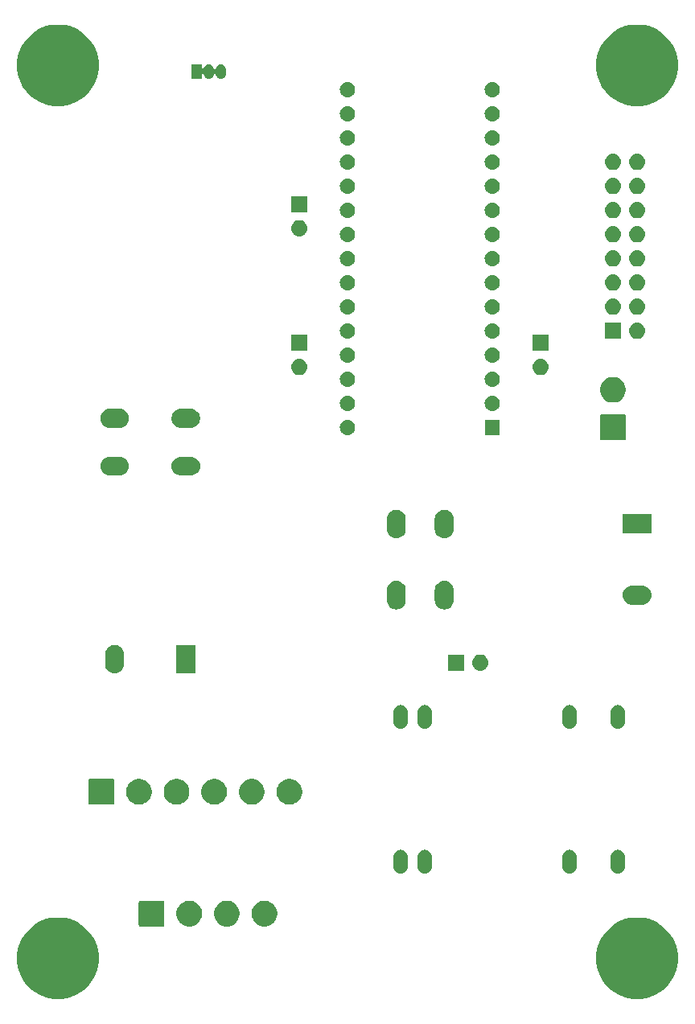
<source format=gbr>
G04 #@! TF.GenerationSoftware,KiCad,Pcbnew,(5.0.2)-1*
G04 #@! TF.CreationDate,2019-03-19T15:18:45-05:00*
G04 #@! TF.ProjectId,10MHz-Rb-Ref,31304d48-7a2d-4526-922d-5265662e6b69,rev?*
G04 #@! TF.SameCoordinates,Original*
G04 #@! TF.FileFunction,Soldermask,Bot*
G04 #@! TF.FilePolarity,Negative*
%FSLAX46Y46*%
G04 Gerber Fmt 4.6, Leading zero omitted, Abs format (unit mm)*
G04 Created by KiCad (PCBNEW (5.0.2)-1) date 3/19/2019 3:18:45 PM*
%MOMM*%
%LPD*%
G01*
G04 APERTURE LIST*
%ADD10C,0.100000*%
G04 APERTURE END LIST*
D10*
G36*
X112598888Y-148182623D02*
X113014264Y-148265246D01*
X113796814Y-148589389D01*
X114256756Y-148896713D01*
X114501093Y-149059974D01*
X115100026Y-149658907D01*
X115100028Y-149658910D01*
X115570611Y-150363186D01*
X115894754Y-151145736D01*
X116060000Y-151976487D01*
X116060000Y-152823513D01*
X115894754Y-153654264D01*
X115570611Y-154436814D01*
X115103201Y-155136341D01*
X115100026Y-155141093D01*
X114501093Y-155740026D01*
X114501090Y-155740028D01*
X113796814Y-156210611D01*
X113014264Y-156534754D01*
X112183514Y-156700000D01*
X111336486Y-156700000D01*
X110505736Y-156534754D01*
X109723186Y-156210611D01*
X109018910Y-155740028D01*
X109018907Y-155740026D01*
X108419974Y-155141093D01*
X108416799Y-155136341D01*
X107949389Y-154436814D01*
X107625246Y-153654264D01*
X107460000Y-152823513D01*
X107460000Y-151976487D01*
X107625246Y-151145736D01*
X107949389Y-150363186D01*
X108419972Y-149658910D01*
X108419974Y-149658907D01*
X109018907Y-149059974D01*
X109263244Y-148896713D01*
X109723186Y-148589389D01*
X110505736Y-148265246D01*
X110921112Y-148182623D01*
X111336486Y-148100000D01*
X112183514Y-148100000D01*
X112598888Y-148182623D01*
X112598888Y-148182623D01*
G37*
G36*
X51638888Y-148182623D02*
X52054264Y-148265246D01*
X52836814Y-148589389D01*
X53296756Y-148896713D01*
X53541093Y-149059974D01*
X54140026Y-149658907D01*
X54140028Y-149658910D01*
X54610611Y-150363186D01*
X54934754Y-151145736D01*
X55100000Y-151976487D01*
X55100000Y-152823513D01*
X54934754Y-153654264D01*
X54610611Y-154436814D01*
X54143201Y-155136341D01*
X54140026Y-155141093D01*
X53541093Y-155740026D01*
X53541090Y-155740028D01*
X52836814Y-156210611D01*
X52054264Y-156534754D01*
X51223514Y-156700000D01*
X50376486Y-156700000D01*
X49545736Y-156534754D01*
X48763186Y-156210611D01*
X48058910Y-155740028D01*
X48058907Y-155740026D01*
X47459974Y-155141093D01*
X47456799Y-155136341D01*
X46989389Y-154436814D01*
X46665246Y-153654264D01*
X46500000Y-152823513D01*
X46500000Y-151976487D01*
X46665246Y-151145736D01*
X46989389Y-150363186D01*
X47459972Y-149658910D01*
X47459974Y-149658907D01*
X48058907Y-149059974D01*
X48303244Y-148896713D01*
X48763186Y-148589389D01*
X49545736Y-148265246D01*
X49961112Y-148182623D01*
X50376486Y-148100000D01*
X51223514Y-148100000D01*
X51638888Y-148182623D01*
X51638888Y-148182623D01*
G37*
G36*
X65013778Y-146402879D02*
X65259466Y-146504646D01*
X65480578Y-146652389D01*
X65668611Y-146840422D01*
X65816354Y-147061534D01*
X65918121Y-147307222D01*
X65970000Y-147568035D01*
X65970000Y-147833965D01*
X65918121Y-148094778D01*
X65816354Y-148340466D01*
X65668611Y-148561578D01*
X65480578Y-148749611D01*
X65259466Y-148897354D01*
X65013778Y-148999121D01*
X64752965Y-149051000D01*
X64487035Y-149051000D01*
X64226222Y-148999121D01*
X63980534Y-148897354D01*
X63759422Y-148749611D01*
X63571389Y-148561578D01*
X63423646Y-148340466D01*
X63321879Y-148094778D01*
X63270000Y-147833965D01*
X63270000Y-147568035D01*
X63321879Y-147307222D01*
X63423646Y-147061534D01*
X63571389Y-146840422D01*
X63759422Y-146652389D01*
X63980534Y-146504646D01*
X64226222Y-146402879D01*
X64487035Y-146351000D01*
X64752965Y-146351000D01*
X65013778Y-146402879D01*
X65013778Y-146402879D01*
G37*
G36*
X61890637Y-146354439D02*
X61918313Y-146362835D01*
X61943821Y-146376470D01*
X61966181Y-146394819D01*
X61984530Y-146417179D01*
X61998165Y-146442687D01*
X62006561Y-146470363D01*
X62010000Y-146505287D01*
X62010000Y-148896713D01*
X62006561Y-148931637D01*
X61998165Y-148959313D01*
X61984530Y-148984821D01*
X61966181Y-149007181D01*
X61943821Y-149025530D01*
X61918313Y-149039165D01*
X61890637Y-149047561D01*
X61855713Y-149051000D01*
X59464287Y-149051000D01*
X59429363Y-149047561D01*
X59401687Y-149039165D01*
X59376179Y-149025530D01*
X59353819Y-149007181D01*
X59335470Y-148984821D01*
X59321835Y-148959313D01*
X59313439Y-148931637D01*
X59310000Y-148896713D01*
X59310000Y-146505287D01*
X59313439Y-146470363D01*
X59321835Y-146442687D01*
X59335470Y-146417179D01*
X59353819Y-146394819D01*
X59376179Y-146376470D01*
X59401687Y-146362835D01*
X59429363Y-146354439D01*
X59464287Y-146351000D01*
X61855713Y-146351000D01*
X61890637Y-146354439D01*
X61890637Y-146354439D01*
G37*
G36*
X68973778Y-146402879D02*
X69219466Y-146504646D01*
X69440578Y-146652389D01*
X69628611Y-146840422D01*
X69776354Y-147061534D01*
X69878121Y-147307222D01*
X69930000Y-147568035D01*
X69930000Y-147833965D01*
X69878121Y-148094778D01*
X69776354Y-148340466D01*
X69628611Y-148561578D01*
X69440578Y-148749611D01*
X69219466Y-148897354D01*
X68973778Y-148999121D01*
X68712965Y-149051000D01*
X68447035Y-149051000D01*
X68186222Y-148999121D01*
X67940534Y-148897354D01*
X67719422Y-148749611D01*
X67531389Y-148561578D01*
X67383646Y-148340466D01*
X67281879Y-148094778D01*
X67230000Y-147833965D01*
X67230000Y-147568035D01*
X67281879Y-147307222D01*
X67383646Y-147061534D01*
X67531389Y-146840422D01*
X67719422Y-146652389D01*
X67940534Y-146504646D01*
X68186222Y-146402879D01*
X68447035Y-146351000D01*
X68712965Y-146351000D01*
X68973778Y-146402879D01*
X68973778Y-146402879D01*
G37*
G36*
X72933778Y-146402879D02*
X73179466Y-146504646D01*
X73400578Y-146652389D01*
X73588611Y-146840422D01*
X73736354Y-147061534D01*
X73838121Y-147307222D01*
X73890000Y-147568035D01*
X73890000Y-147833965D01*
X73838121Y-148094778D01*
X73736354Y-148340466D01*
X73588611Y-148561578D01*
X73400578Y-148749611D01*
X73179466Y-148897354D01*
X72933778Y-148999121D01*
X72672965Y-149051000D01*
X72407035Y-149051000D01*
X72146222Y-148999121D01*
X71900534Y-148897354D01*
X71679422Y-148749611D01*
X71491389Y-148561578D01*
X71343646Y-148340466D01*
X71241879Y-148094778D01*
X71190000Y-147833965D01*
X71190000Y-147568035D01*
X71241879Y-147307222D01*
X71343646Y-147061534D01*
X71491389Y-146840422D01*
X71679422Y-146652389D01*
X71900534Y-146504646D01*
X72146222Y-146402879D01*
X72407035Y-146351000D01*
X72672965Y-146351000D01*
X72933778Y-146402879D01*
X72933778Y-146402879D01*
G37*
G36*
X87015026Y-141000852D02*
X87156400Y-141043738D01*
X87286690Y-141113378D01*
X87400899Y-141207107D01*
X87494620Y-141321306D01*
X87564262Y-141451599D01*
X87607148Y-141592973D01*
X87618000Y-141703161D01*
X87618000Y-142776839D01*
X87607148Y-142887027D01*
X87564262Y-143028401D01*
X87494620Y-143158694D01*
X87400896Y-143272896D01*
X87286694Y-143366620D01*
X87156401Y-143436262D01*
X87015027Y-143479148D01*
X86868000Y-143493628D01*
X86720974Y-143479148D01*
X86579600Y-143436262D01*
X86449307Y-143366620D01*
X86335105Y-143272896D01*
X86241381Y-143158694D01*
X86171739Y-143028401D01*
X86128853Y-142887027D01*
X86118001Y-142776839D01*
X86118000Y-141703162D01*
X86128852Y-141592974D01*
X86171738Y-141451600D01*
X86241378Y-141321310D01*
X86335107Y-141207101D01*
X86449306Y-141113380D01*
X86579599Y-141043738D01*
X86720973Y-141000852D01*
X86868000Y-140986372D01*
X87015026Y-141000852D01*
X87015026Y-141000852D01*
G37*
G36*
X104795026Y-141000852D02*
X104936400Y-141043738D01*
X105066690Y-141113378D01*
X105180899Y-141207107D01*
X105274620Y-141321306D01*
X105344262Y-141451599D01*
X105387148Y-141592973D01*
X105398000Y-141703161D01*
X105398000Y-142776839D01*
X105387148Y-142887027D01*
X105344262Y-143028401D01*
X105274620Y-143158694D01*
X105180896Y-143272896D01*
X105066694Y-143366620D01*
X104936401Y-143436262D01*
X104795027Y-143479148D01*
X104648000Y-143493628D01*
X104500974Y-143479148D01*
X104359600Y-143436262D01*
X104229307Y-143366620D01*
X104115105Y-143272896D01*
X104021381Y-143158694D01*
X103951739Y-143028401D01*
X103908853Y-142887027D01*
X103898001Y-142776839D01*
X103898000Y-141703162D01*
X103908852Y-141592974D01*
X103951738Y-141451600D01*
X104021378Y-141321310D01*
X104115107Y-141207101D01*
X104229306Y-141113380D01*
X104359599Y-141043738D01*
X104500973Y-141000852D01*
X104648000Y-140986372D01*
X104795026Y-141000852D01*
X104795026Y-141000852D01*
G37*
G36*
X109875026Y-141000852D02*
X110016400Y-141043738D01*
X110146690Y-141113378D01*
X110260899Y-141207107D01*
X110354620Y-141321306D01*
X110424262Y-141451599D01*
X110467148Y-141592973D01*
X110478000Y-141703161D01*
X110478000Y-142776839D01*
X110467148Y-142887027D01*
X110424262Y-143028401D01*
X110354620Y-143158694D01*
X110260896Y-143272896D01*
X110146694Y-143366620D01*
X110016401Y-143436262D01*
X109875027Y-143479148D01*
X109728000Y-143493628D01*
X109580974Y-143479148D01*
X109439600Y-143436262D01*
X109309307Y-143366620D01*
X109195105Y-143272896D01*
X109101381Y-143158694D01*
X109031739Y-143028401D01*
X108988853Y-142887027D01*
X108978001Y-142776839D01*
X108978000Y-141703162D01*
X108988852Y-141592974D01*
X109031738Y-141451600D01*
X109101378Y-141321310D01*
X109195107Y-141207101D01*
X109309306Y-141113380D01*
X109439599Y-141043738D01*
X109580973Y-141000852D01*
X109728000Y-140986372D01*
X109875026Y-141000852D01*
X109875026Y-141000852D01*
G37*
G36*
X89555026Y-141000852D02*
X89696400Y-141043738D01*
X89826690Y-141113378D01*
X89940899Y-141207107D01*
X90034620Y-141321306D01*
X90104262Y-141451599D01*
X90147148Y-141592973D01*
X90158000Y-141703161D01*
X90158000Y-142776839D01*
X90147148Y-142887027D01*
X90104262Y-143028401D01*
X90034620Y-143158694D01*
X89940896Y-143272896D01*
X89826694Y-143366620D01*
X89696401Y-143436262D01*
X89555027Y-143479148D01*
X89408000Y-143493628D01*
X89260974Y-143479148D01*
X89119600Y-143436262D01*
X88989307Y-143366620D01*
X88875105Y-143272896D01*
X88781381Y-143158694D01*
X88711739Y-143028401D01*
X88668853Y-142887027D01*
X88658001Y-142776839D01*
X88658000Y-141703162D01*
X88668852Y-141592974D01*
X88711738Y-141451600D01*
X88781378Y-141321310D01*
X88875107Y-141207101D01*
X88989306Y-141113380D01*
X89119599Y-141043738D01*
X89260973Y-141000852D01*
X89408000Y-140986372D01*
X89555026Y-141000852D01*
X89555026Y-141000852D01*
G37*
G36*
X56602637Y-133527439D02*
X56630313Y-133535835D01*
X56655821Y-133549470D01*
X56678181Y-133567819D01*
X56696530Y-133590179D01*
X56710165Y-133615687D01*
X56718561Y-133643363D01*
X56722000Y-133678287D01*
X56722000Y-136069713D01*
X56718561Y-136104637D01*
X56710165Y-136132313D01*
X56696530Y-136157821D01*
X56678181Y-136180181D01*
X56655821Y-136198530D01*
X56630313Y-136212165D01*
X56602637Y-136220561D01*
X56567713Y-136224000D01*
X54176287Y-136224000D01*
X54141363Y-136220561D01*
X54113687Y-136212165D01*
X54088179Y-136198530D01*
X54065819Y-136180181D01*
X54047470Y-136157821D01*
X54033835Y-136132313D01*
X54025439Y-136104637D01*
X54022000Y-136069713D01*
X54022000Y-133678287D01*
X54025439Y-133643363D01*
X54033835Y-133615687D01*
X54047470Y-133590179D01*
X54065819Y-133567819D01*
X54088179Y-133549470D01*
X54113687Y-133535835D01*
X54141363Y-133527439D01*
X54176287Y-133524000D01*
X56567713Y-133524000D01*
X56602637Y-133527439D01*
X56602637Y-133527439D01*
G37*
G36*
X75565778Y-133575879D02*
X75811466Y-133677646D01*
X76032578Y-133825389D01*
X76220611Y-134013422D01*
X76368354Y-134234534D01*
X76470121Y-134480222D01*
X76522000Y-134741035D01*
X76522000Y-135006965D01*
X76470121Y-135267778D01*
X76368354Y-135513466D01*
X76220611Y-135734578D01*
X76032578Y-135922611D01*
X75811466Y-136070354D01*
X75565778Y-136172121D01*
X75304965Y-136224000D01*
X75039035Y-136224000D01*
X74778222Y-136172121D01*
X74532534Y-136070354D01*
X74311422Y-135922611D01*
X74123389Y-135734578D01*
X73975646Y-135513466D01*
X73873879Y-135267778D01*
X73822000Y-135006965D01*
X73822000Y-134741035D01*
X73873879Y-134480222D01*
X73975646Y-134234534D01*
X74123389Y-134013422D01*
X74311422Y-133825389D01*
X74532534Y-133677646D01*
X74778222Y-133575879D01*
X75039035Y-133524000D01*
X75304965Y-133524000D01*
X75565778Y-133575879D01*
X75565778Y-133575879D01*
G37*
G36*
X71605778Y-133575879D02*
X71851466Y-133677646D01*
X72072578Y-133825389D01*
X72260611Y-134013422D01*
X72408354Y-134234534D01*
X72510121Y-134480222D01*
X72562000Y-134741035D01*
X72562000Y-135006965D01*
X72510121Y-135267778D01*
X72408354Y-135513466D01*
X72260611Y-135734578D01*
X72072578Y-135922611D01*
X71851466Y-136070354D01*
X71605778Y-136172121D01*
X71344965Y-136224000D01*
X71079035Y-136224000D01*
X70818222Y-136172121D01*
X70572534Y-136070354D01*
X70351422Y-135922611D01*
X70163389Y-135734578D01*
X70015646Y-135513466D01*
X69913879Y-135267778D01*
X69862000Y-135006965D01*
X69862000Y-134741035D01*
X69913879Y-134480222D01*
X70015646Y-134234534D01*
X70163389Y-134013422D01*
X70351422Y-133825389D01*
X70572534Y-133677646D01*
X70818222Y-133575879D01*
X71079035Y-133524000D01*
X71344965Y-133524000D01*
X71605778Y-133575879D01*
X71605778Y-133575879D01*
G37*
G36*
X67645778Y-133575879D02*
X67891466Y-133677646D01*
X68112578Y-133825389D01*
X68300611Y-134013422D01*
X68448354Y-134234534D01*
X68550121Y-134480222D01*
X68602000Y-134741035D01*
X68602000Y-135006965D01*
X68550121Y-135267778D01*
X68448354Y-135513466D01*
X68300611Y-135734578D01*
X68112578Y-135922611D01*
X67891466Y-136070354D01*
X67645778Y-136172121D01*
X67384965Y-136224000D01*
X67119035Y-136224000D01*
X66858222Y-136172121D01*
X66612534Y-136070354D01*
X66391422Y-135922611D01*
X66203389Y-135734578D01*
X66055646Y-135513466D01*
X65953879Y-135267778D01*
X65902000Y-135006965D01*
X65902000Y-134741035D01*
X65953879Y-134480222D01*
X66055646Y-134234534D01*
X66203389Y-134013422D01*
X66391422Y-133825389D01*
X66612534Y-133677646D01*
X66858222Y-133575879D01*
X67119035Y-133524000D01*
X67384965Y-133524000D01*
X67645778Y-133575879D01*
X67645778Y-133575879D01*
G37*
G36*
X63685778Y-133575879D02*
X63931466Y-133677646D01*
X64152578Y-133825389D01*
X64340611Y-134013422D01*
X64488354Y-134234534D01*
X64590121Y-134480222D01*
X64642000Y-134741035D01*
X64642000Y-135006965D01*
X64590121Y-135267778D01*
X64488354Y-135513466D01*
X64340611Y-135734578D01*
X64152578Y-135922611D01*
X63931466Y-136070354D01*
X63685778Y-136172121D01*
X63424965Y-136224000D01*
X63159035Y-136224000D01*
X62898222Y-136172121D01*
X62652534Y-136070354D01*
X62431422Y-135922611D01*
X62243389Y-135734578D01*
X62095646Y-135513466D01*
X61993879Y-135267778D01*
X61942000Y-135006965D01*
X61942000Y-134741035D01*
X61993879Y-134480222D01*
X62095646Y-134234534D01*
X62243389Y-134013422D01*
X62431422Y-133825389D01*
X62652534Y-133677646D01*
X62898222Y-133575879D01*
X63159035Y-133524000D01*
X63424965Y-133524000D01*
X63685778Y-133575879D01*
X63685778Y-133575879D01*
G37*
G36*
X59725778Y-133575879D02*
X59971466Y-133677646D01*
X60192578Y-133825389D01*
X60380611Y-134013422D01*
X60528354Y-134234534D01*
X60630121Y-134480222D01*
X60682000Y-134741035D01*
X60682000Y-135006965D01*
X60630121Y-135267778D01*
X60528354Y-135513466D01*
X60380611Y-135734578D01*
X60192578Y-135922611D01*
X59971466Y-136070354D01*
X59725778Y-136172121D01*
X59464965Y-136224000D01*
X59199035Y-136224000D01*
X58938222Y-136172121D01*
X58692534Y-136070354D01*
X58471422Y-135922611D01*
X58283389Y-135734578D01*
X58135646Y-135513466D01*
X58033879Y-135267778D01*
X57982000Y-135006965D01*
X57982000Y-134741035D01*
X58033879Y-134480222D01*
X58135646Y-134234534D01*
X58283389Y-134013422D01*
X58471422Y-133825389D01*
X58692534Y-133677646D01*
X58938222Y-133575879D01*
X59199035Y-133524000D01*
X59464965Y-133524000D01*
X59725778Y-133575879D01*
X59725778Y-133575879D01*
G37*
G36*
X89555026Y-125760852D02*
X89696400Y-125803738D01*
X89826690Y-125873378D01*
X89940899Y-125967107D01*
X90034620Y-126081306D01*
X90104262Y-126211599D01*
X90147148Y-126352973D01*
X90158000Y-126463161D01*
X90158000Y-127536839D01*
X90147148Y-127647027D01*
X90104262Y-127788401D01*
X90034620Y-127918694D01*
X89940896Y-128032896D01*
X89826694Y-128126620D01*
X89696401Y-128196262D01*
X89555027Y-128239148D01*
X89408000Y-128253628D01*
X89260974Y-128239148D01*
X89119600Y-128196262D01*
X88989307Y-128126620D01*
X88875105Y-128032896D01*
X88781381Y-127918694D01*
X88711739Y-127788401D01*
X88668853Y-127647027D01*
X88658001Y-127536839D01*
X88658000Y-126463162D01*
X88668852Y-126352974D01*
X88711738Y-126211600D01*
X88781378Y-126081310D01*
X88875107Y-125967101D01*
X88989306Y-125873380D01*
X89119599Y-125803738D01*
X89260973Y-125760852D01*
X89408000Y-125746372D01*
X89555026Y-125760852D01*
X89555026Y-125760852D01*
G37*
G36*
X109875026Y-125760852D02*
X110016400Y-125803738D01*
X110146690Y-125873378D01*
X110260899Y-125967107D01*
X110354620Y-126081306D01*
X110424262Y-126211599D01*
X110467148Y-126352973D01*
X110478000Y-126463161D01*
X110478000Y-127536839D01*
X110467148Y-127647027D01*
X110424262Y-127788401D01*
X110354620Y-127918694D01*
X110260896Y-128032896D01*
X110146694Y-128126620D01*
X110016401Y-128196262D01*
X109875027Y-128239148D01*
X109728000Y-128253628D01*
X109580974Y-128239148D01*
X109439600Y-128196262D01*
X109309307Y-128126620D01*
X109195105Y-128032896D01*
X109101381Y-127918694D01*
X109031739Y-127788401D01*
X108988853Y-127647027D01*
X108978001Y-127536839D01*
X108978000Y-126463162D01*
X108988852Y-126352974D01*
X109031738Y-126211600D01*
X109101378Y-126081310D01*
X109195107Y-125967101D01*
X109309306Y-125873380D01*
X109439599Y-125803738D01*
X109580973Y-125760852D01*
X109728000Y-125746372D01*
X109875026Y-125760852D01*
X109875026Y-125760852D01*
G37*
G36*
X87015026Y-125760852D02*
X87156400Y-125803738D01*
X87286690Y-125873378D01*
X87400899Y-125967107D01*
X87494620Y-126081306D01*
X87564262Y-126211599D01*
X87607148Y-126352973D01*
X87618000Y-126463161D01*
X87618000Y-127536839D01*
X87607148Y-127647027D01*
X87564262Y-127788401D01*
X87494620Y-127918694D01*
X87400896Y-128032896D01*
X87286694Y-128126620D01*
X87156401Y-128196262D01*
X87015027Y-128239148D01*
X86868000Y-128253628D01*
X86720974Y-128239148D01*
X86579600Y-128196262D01*
X86449307Y-128126620D01*
X86335105Y-128032896D01*
X86241381Y-127918694D01*
X86171739Y-127788401D01*
X86128853Y-127647027D01*
X86118001Y-127536839D01*
X86118000Y-126463162D01*
X86128852Y-126352974D01*
X86171738Y-126211600D01*
X86241378Y-126081310D01*
X86335107Y-125967101D01*
X86449306Y-125873380D01*
X86579599Y-125803738D01*
X86720973Y-125760852D01*
X86868000Y-125746372D01*
X87015026Y-125760852D01*
X87015026Y-125760852D01*
G37*
G36*
X104795026Y-125760852D02*
X104936400Y-125803738D01*
X105066690Y-125873378D01*
X105180899Y-125967107D01*
X105274620Y-126081306D01*
X105344262Y-126211599D01*
X105387148Y-126352973D01*
X105398000Y-126463161D01*
X105398000Y-127536839D01*
X105387148Y-127647027D01*
X105344262Y-127788401D01*
X105274620Y-127918694D01*
X105180896Y-128032896D01*
X105066694Y-128126620D01*
X104936401Y-128196262D01*
X104795027Y-128239148D01*
X104648000Y-128253628D01*
X104500974Y-128239148D01*
X104359600Y-128196262D01*
X104229307Y-128126620D01*
X104115105Y-128032896D01*
X104021381Y-127918694D01*
X103951739Y-127788401D01*
X103908853Y-127647027D01*
X103898001Y-127536839D01*
X103898000Y-126463162D01*
X103908852Y-126352974D01*
X103951738Y-126211600D01*
X104021378Y-126081310D01*
X104115107Y-125967101D01*
X104229306Y-125873380D01*
X104359599Y-125803738D01*
X104500973Y-125760852D01*
X104648000Y-125746372D01*
X104795026Y-125760852D01*
X104795026Y-125760852D01*
G37*
G36*
X56958030Y-119418469D02*
X56958033Y-119418470D01*
X56958034Y-119418470D01*
X57146535Y-119475651D01*
X57146537Y-119475652D01*
X57320260Y-119568509D01*
X57472528Y-119693472D01*
X57597491Y-119845740D01*
X57597492Y-119845742D01*
X57690349Y-120019465D01*
X57747530Y-120207966D01*
X57747531Y-120207970D01*
X57762000Y-120354876D01*
X57762000Y-121453124D01*
X57747531Y-121600030D01*
X57747530Y-121600033D01*
X57747530Y-121600034D01*
X57699151Y-121759520D01*
X57690348Y-121788537D01*
X57597491Y-121962260D01*
X57472528Y-122114528D01*
X57320258Y-122239493D01*
X57146539Y-122332347D01*
X57146536Y-122332348D01*
X57146534Y-122332349D01*
X56958033Y-122389530D01*
X56958032Y-122389530D01*
X56958029Y-122389531D01*
X56762000Y-122408838D01*
X56565970Y-122389531D01*
X56565967Y-122389530D01*
X56565966Y-122389530D01*
X56377465Y-122332349D01*
X56203742Y-122239492D01*
X56203740Y-122239491D01*
X56051472Y-122114528D01*
X55926507Y-121962258D01*
X55833653Y-121788539D01*
X55824850Y-121759519D01*
X55776470Y-121600033D01*
X55776470Y-121600032D01*
X55776469Y-121600029D01*
X55762000Y-121453123D01*
X55762000Y-120354876D01*
X55776469Y-120207965D01*
X55833651Y-120019467D01*
X55926510Y-119845740D01*
X56051473Y-119693472D01*
X56203741Y-119568509D01*
X56377464Y-119475652D01*
X56377466Y-119475651D01*
X56565967Y-119418470D01*
X56565968Y-119418470D01*
X56565971Y-119418469D01*
X56762000Y-119399162D01*
X56958030Y-119418469D01*
X56958030Y-119418469D01*
G37*
G36*
X65262000Y-122404000D02*
X63262000Y-122404000D01*
X63262000Y-119404000D01*
X65262000Y-119404000D01*
X65262000Y-122404000D01*
X65262000Y-122404000D01*
G37*
G36*
X93560000Y-122135000D02*
X91860000Y-122135000D01*
X91860000Y-120435000D01*
X93560000Y-120435000D01*
X93560000Y-122135000D01*
X93560000Y-122135000D01*
G37*
G36*
X95416630Y-120447299D02*
X95576855Y-120495903D01*
X95724520Y-120574831D01*
X95853949Y-120681051D01*
X95960169Y-120810480D01*
X96039097Y-120958145D01*
X96087701Y-121118370D01*
X96104112Y-121285000D01*
X96087701Y-121451630D01*
X96039097Y-121611855D01*
X95960169Y-121759520D01*
X95853949Y-121888949D01*
X95724520Y-121995169D01*
X95576855Y-122074097D01*
X95416630Y-122122701D01*
X95291752Y-122135000D01*
X95208248Y-122135000D01*
X95083370Y-122122701D01*
X94923145Y-122074097D01*
X94775480Y-121995169D01*
X94646051Y-121888949D01*
X94539831Y-121759520D01*
X94460903Y-121611855D01*
X94412299Y-121451630D01*
X94395888Y-121285000D01*
X94412299Y-121118370D01*
X94460903Y-120958145D01*
X94539831Y-120810480D01*
X94646051Y-120681051D01*
X94775480Y-120574831D01*
X94923145Y-120495903D01*
X95083370Y-120447299D01*
X95208248Y-120435000D01*
X95291752Y-120435000D01*
X95416630Y-120447299D01*
X95416630Y-120447299D01*
G37*
G36*
X86616029Y-112694469D02*
X86616032Y-112694470D01*
X86616033Y-112694470D01*
X86804534Y-112751651D01*
X86804536Y-112751652D01*
X86804539Y-112751653D01*
X86978258Y-112844507D01*
X87130528Y-112969472D01*
X87255491Y-113121740D01*
X87348348Y-113295463D01*
X87405531Y-113483970D01*
X87420000Y-113630876D01*
X87420000Y-114729124D01*
X87405531Y-114876030D01*
X87405530Y-114876033D01*
X87405530Y-114876034D01*
X87348350Y-115064533D01*
X87348348Y-115064537D01*
X87255491Y-115238260D01*
X87130528Y-115390528D01*
X86978260Y-115515491D01*
X86978258Y-115515492D01*
X86804535Y-115608349D01*
X86616034Y-115665530D01*
X86616033Y-115665530D01*
X86616030Y-115665531D01*
X86420000Y-115684838D01*
X86223971Y-115665531D01*
X86223968Y-115665530D01*
X86223967Y-115665530D01*
X86035466Y-115608349D01*
X85861743Y-115515492D01*
X85861741Y-115515491D01*
X85709473Y-115390528D01*
X85584510Y-115238260D01*
X85491651Y-115064533D01*
X85434469Y-114876035D01*
X85420000Y-114729124D01*
X85420000Y-113630877D01*
X85434469Y-113483971D01*
X85434470Y-113483967D01*
X85491651Y-113295466D01*
X85491652Y-113295464D01*
X85491653Y-113295461D01*
X85584507Y-113121742D01*
X85709472Y-112969472D01*
X85861740Y-112844509D01*
X86035463Y-112751652D01*
X86035465Y-112751651D01*
X86223966Y-112694470D01*
X86223967Y-112694470D01*
X86223970Y-112694469D01*
X86420000Y-112675162D01*
X86616029Y-112694469D01*
X86616029Y-112694469D01*
G37*
G36*
X91656029Y-112694469D02*
X91656032Y-112694470D01*
X91656033Y-112694470D01*
X91844534Y-112751651D01*
X91844536Y-112751652D01*
X91844539Y-112751653D01*
X92018258Y-112844507D01*
X92170528Y-112969472D01*
X92295491Y-113121740D01*
X92388348Y-113295463D01*
X92445531Y-113483970D01*
X92460000Y-113630876D01*
X92460000Y-114729124D01*
X92445531Y-114876030D01*
X92445530Y-114876033D01*
X92445530Y-114876034D01*
X92388350Y-115064533D01*
X92388348Y-115064537D01*
X92295491Y-115238260D01*
X92170528Y-115390528D01*
X92018260Y-115515491D01*
X92018258Y-115515492D01*
X91844535Y-115608349D01*
X91656034Y-115665530D01*
X91656033Y-115665530D01*
X91656030Y-115665531D01*
X91460000Y-115684838D01*
X91263971Y-115665531D01*
X91263968Y-115665530D01*
X91263967Y-115665530D01*
X91075466Y-115608349D01*
X90901743Y-115515492D01*
X90901741Y-115515491D01*
X90749473Y-115390528D01*
X90624510Y-115238260D01*
X90531651Y-115064533D01*
X90474469Y-114876035D01*
X90460000Y-114729124D01*
X90460000Y-113630877D01*
X90474469Y-113483971D01*
X90474470Y-113483967D01*
X90531651Y-113295466D01*
X90531652Y-113295464D01*
X90531653Y-113295461D01*
X90624507Y-113121742D01*
X90749472Y-112969472D01*
X90901740Y-112844509D01*
X91075463Y-112751652D01*
X91075465Y-112751651D01*
X91263966Y-112694470D01*
X91263967Y-112694470D01*
X91263970Y-112694469D01*
X91460000Y-112675162D01*
X91656029Y-112694469D01*
X91656029Y-112694469D01*
G37*
G36*
X112456030Y-113194469D02*
X112456033Y-113194470D01*
X112456034Y-113194470D01*
X112644535Y-113251651D01*
X112644537Y-113251652D01*
X112818260Y-113344509D01*
X112970528Y-113469472D01*
X113095491Y-113621740D01*
X113188348Y-113795463D01*
X113245531Y-113983970D01*
X113264838Y-114180000D01*
X113245531Y-114376030D01*
X113188348Y-114564537D01*
X113095491Y-114738260D01*
X112970528Y-114890528D01*
X112818260Y-115015491D01*
X112644537Y-115108348D01*
X112644535Y-115108349D01*
X112456034Y-115165530D01*
X112456033Y-115165530D01*
X112456030Y-115165531D01*
X112309124Y-115180000D01*
X111210876Y-115180000D01*
X111063970Y-115165531D01*
X111063967Y-115165530D01*
X111063966Y-115165530D01*
X110875465Y-115108349D01*
X110875463Y-115108348D01*
X110701740Y-115015491D01*
X110549472Y-114890528D01*
X110424509Y-114738260D01*
X110331652Y-114564537D01*
X110274469Y-114376030D01*
X110255162Y-114180000D01*
X110274469Y-113983970D01*
X110331652Y-113795463D01*
X110424509Y-113621740D01*
X110549472Y-113469472D01*
X110701740Y-113344509D01*
X110875463Y-113251652D01*
X110875465Y-113251651D01*
X111063966Y-113194470D01*
X111063967Y-113194470D01*
X111063970Y-113194469D01*
X111210876Y-113180000D01*
X112309124Y-113180000D01*
X112456030Y-113194469D01*
X112456030Y-113194469D01*
G37*
G36*
X91656029Y-105194469D02*
X91656032Y-105194470D01*
X91656033Y-105194470D01*
X91844534Y-105251651D01*
X91844536Y-105251652D01*
X91844539Y-105251653D01*
X92018258Y-105344507D01*
X92170528Y-105469472D01*
X92295491Y-105621740D01*
X92388348Y-105795463D01*
X92445531Y-105983970D01*
X92460000Y-106130876D01*
X92460000Y-107229124D01*
X92445531Y-107376030D01*
X92445530Y-107376033D01*
X92445530Y-107376034D01*
X92388350Y-107564533D01*
X92388348Y-107564537D01*
X92295491Y-107738260D01*
X92170528Y-107890528D01*
X92018260Y-108015491D01*
X92018258Y-108015492D01*
X91844535Y-108108349D01*
X91656034Y-108165530D01*
X91656033Y-108165530D01*
X91656030Y-108165531D01*
X91460000Y-108184838D01*
X91263971Y-108165531D01*
X91263968Y-108165530D01*
X91263967Y-108165530D01*
X91075466Y-108108349D01*
X90901743Y-108015492D01*
X90901741Y-108015491D01*
X90749473Y-107890528D01*
X90624510Y-107738260D01*
X90531651Y-107564533D01*
X90474469Y-107376035D01*
X90460000Y-107229124D01*
X90460000Y-106130877D01*
X90474469Y-105983971D01*
X90474470Y-105983967D01*
X90531651Y-105795466D01*
X90531652Y-105795464D01*
X90531653Y-105795461D01*
X90624507Y-105621742D01*
X90749472Y-105469472D01*
X90901740Y-105344509D01*
X91075463Y-105251652D01*
X91075465Y-105251651D01*
X91263966Y-105194470D01*
X91263967Y-105194470D01*
X91263970Y-105194469D01*
X91460000Y-105175162D01*
X91656029Y-105194469D01*
X91656029Y-105194469D01*
G37*
G36*
X86616029Y-105194469D02*
X86616032Y-105194470D01*
X86616033Y-105194470D01*
X86804534Y-105251651D01*
X86804536Y-105251652D01*
X86804539Y-105251653D01*
X86978258Y-105344507D01*
X87130528Y-105469472D01*
X87255491Y-105621740D01*
X87348348Y-105795463D01*
X87405531Y-105983970D01*
X87420000Y-106130876D01*
X87420000Y-107229124D01*
X87405531Y-107376030D01*
X87405530Y-107376033D01*
X87405530Y-107376034D01*
X87348350Y-107564533D01*
X87348348Y-107564537D01*
X87255491Y-107738260D01*
X87130528Y-107890528D01*
X86978260Y-108015491D01*
X86978258Y-108015492D01*
X86804535Y-108108349D01*
X86616034Y-108165530D01*
X86616033Y-108165530D01*
X86616030Y-108165531D01*
X86420000Y-108184838D01*
X86223971Y-108165531D01*
X86223968Y-108165530D01*
X86223967Y-108165530D01*
X86035466Y-108108349D01*
X85861743Y-108015492D01*
X85861741Y-108015491D01*
X85709473Y-107890528D01*
X85584510Y-107738260D01*
X85491651Y-107564533D01*
X85434469Y-107376035D01*
X85420000Y-107229124D01*
X85420000Y-106130877D01*
X85434469Y-105983971D01*
X85434470Y-105983967D01*
X85491651Y-105795466D01*
X85491652Y-105795464D01*
X85491653Y-105795461D01*
X85584507Y-105621742D01*
X85709472Y-105469472D01*
X85861740Y-105344509D01*
X86035463Y-105251652D01*
X86035465Y-105251651D01*
X86223966Y-105194470D01*
X86223967Y-105194470D01*
X86223970Y-105194469D01*
X86420000Y-105175162D01*
X86616029Y-105194469D01*
X86616029Y-105194469D01*
G37*
G36*
X113260000Y-107680000D02*
X110260000Y-107680000D01*
X110260000Y-105680000D01*
X113260000Y-105680000D01*
X113260000Y-107680000D01*
X113260000Y-107680000D01*
G37*
G36*
X57458030Y-99618469D02*
X57458033Y-99618470D01*
X57458034Y-99618470D01*
X57646535Y-99675651D01*
X57646537Y-99675652D01*
X57820260Y-99768509D01*
X57972528Y-99893472D01*
X58097491Y-100045740D01*
X58190348Y-100219463D01*
X58247531Y-100407970D01*
X58266838Y-100604000D01*
X58247531Y-100800030D01*
X58190348Y-100988537D01*
X58097491Y-101162260D01*
X57972528Y-101314528D01*
X57820260Y-101439491D01*
X57820258Y-101439492D01*
X57646535Y-101532349D01*
X57458034Y-101589530D01*
X57458033Y-101589530D01*
X57458030Y-101589531D01*
X57311124Y-101604000D01*
X56212876Y-101604000D01*
X56065970Y-101589531D01*
X56065967Y-101589530D01*
X56065966Y-101589530D01*
X55877465Y-101532349D01*
X55703742Y-101439492D01*
X55703740Y-101439491D01*
X55551472Y-101314528D01*
X55426509Y-101162260D01*
X55333652Y-100988537D01*
X55276469Y-100800030D01*
X55257162Y-100604000D01*
X55276469Y-100407970D01*
X55333652Y-100219463D01*
X55426509Y-100045740D01*
X55551472Y-99893472D01*
X55703740Y-99768509D01*
X55877463Y-99675652D01*
X55877465Y-99675651D01*
X56065966Y-99618470D01*
X56065967Y-99618470D01*
X56065970Y-99618469D01*
X56212876Y-99604000D01*
X57311124Y-99604000D01*
X57458030Y-99618469D01*
X57458030Y-99618469D01*
G37*
G36*
X64958030Y-99618469D02*
X64958033Y-99618470D01*
X64958034Y-99618470D01*
X65146535Y-99675651D01*
X65146537Y-99675652D01*
X65320260Y-99768509D01*
X65472528Y-99893472D01*
X65597491Y-100045740D01*
X65690348Y-100219463D01*
X65747531Y-100407970D01*
X65766838Y-100604000D01*
X65747531Y-100800030D01*
X65690348Y-100988537D01*
X65597491Y-101162260D01*
X65472528Y-101314528D01*
X65320260Y-101439491D01*
X65320258Y-101439492D01*
X65146535Y-101532349D01*
X64958034Y-101589530D01*
X64958033Y-101589530D01*
X64958030Y-101589531D01*
X64811124Y-101604000D01*
X63712876Y-101604000D01*
X63565970Y-101589531D01*
X63565967Y-101589530D01*
X63565966Y-101589530D01*
X63377465Y-101532349D01*
X63203742Y-101439492D01*
X63203740Y-101439491D01*
X63051472Y-101314528D01*
X62926509Y-101162260D01*
X62833652Y-100988537D01*
X62776469Y-100800030D01*
X62757162Y-100604000D01*
X62776469Y-100407970D01*
X62833652Y-100219463D01*
X62926509Y-100045740D01*
X63051472Y-99893472D01*
X63203740Y-99768509D01*
X63377463Y-99675652D01*
X63377465Y-99675651D01*
X63565966Y-99618470D01*
X63565967Y-99618470D01*
X63565970Y-99618469D01*
X63712876Y-99604000D01*
X64811124Y-99604000D01*
X64958030Y-99618469D01*
X64958030Y-99618469D01*
G37*
G36*
X110450637Y-95173439D02*
X110478313Y-95181835D01*
X110503821Y-95195470D01*
X110526181Y-95213819D01*
X110544530Y-95236179D01*
X110558165Y-95261687D01*
X110566561Y-95289363D01*
X110570000Y-95324287D01*
X110570000Y-97715713D01*
X110566561Y-97750637D01*
X110558165Y-97778313D01*
X110544530Y-97803821D01*
X110526181Y-97826181D01*
X110503821Y-97844530D01*
X110478313Y-97858165D01*
X110450637Y-97866561D01*
X110415713Y-97870000D01*
X108024287Y-97870000D01*
X107989363Y-97866561D01*
X107961687Y-97858165D01*
X107936179Y-97844530D01*
X107913819Y-97826181D01*
X107895470Y-97803821D01*
X107881835Y-97778313D01*
X107873439Y-97750637D01*
X107870000Y-97715713D01*
X107870000Y-95324287D01*
X107873439Y-95289363D01*
X107881835Y-95261687D01*
X107895470Y-95236179D01*
X107913819Y-95213819D01*
X107936179Y-95195470D01*
X107961687Y-95181835D01*
X107989363Y-95173439D01*
X108024287Y-95170000D01*
X110415713Y-95170000D01*
X110450637Y-95173439D01*
X110450637Y-95173439D01*
G37*
G36*
X97320000Y-97320000D02*
X95720000Y-97320000D01*
X95720000Y-95720000D01*
X97320000Y-95720000D01*
X97320000Y-97320000D01*
X97320000Y-97320000D01*
G37*
G36*
X81397649Y-95727717D02*
X81436827Y-95731576D01*
X81512227Y-95754448D01*
X81587629Y-95777321D01*
X81726608Y-95851608D01*
X81848422Y-95951578D01*
X81948392Y-96073392D01*
X82022679Y-96212371D01*
X82068424Y-96363174D01*
X82083870Y-96520000D01*
X82068424Y-96676826D01*
X82022679Y-96827629D01*
X81948392Y-96966608D01*
X81848422Y-97088422D01*
X81726608Y-97188392D01*
X81587629Y-97262679D01*
X81512228Y-97285551D01*
X81436827Y-97308424D01*
X81397649Y-97312283D01*
X81319295Y-97320000D01*
X81240705Y-97320000D01*
X81162351Y-97312283D01*
X81123173Y-97308424D01*
X81047772Y-97285551D01*
X80972371Y-97262679D01*
X80833392Y-97188392D01*
X80711578Y-97088422D01*
X80611608Y-96966608D01*
X80537321Y-96827629D01*
X80491576Y-96676826D01*
X80476130Y-96520000D01*
X80491576Y-96363174D01*
X80537321Y-96212371D01*
X80611608Y-96073392D01*
X80711578Y-95951578D01*
X80833392Y-95851608D01*
X80972371Y-95777321D01*
X81047773Y-95754448D01*
X81123173Y-95731576D01*
X81162351Y-95727717D01*
X81240705Y-95720000D01*
X81319295Y-95720000D01*
X81397649Y-95727717D01*
X81397649Y-95727717D01*
G37*
G36*
X57458030Y-94578469D02*
X57458033Y-94578470D01*
X57458034Y-94578470D01*
X57646535Y-94635651D01*
X57646537Y-94635652D01*
X57820260Y-94728509D01*
X57972528Y-94853472D01*
X58097491Y-95005740D01*
X58097492Y-95005742D01*
X58190349Y-95179465D01*
X58221182Y-95281108D01*
X58247531Y-95367970D01*
X58266838Y-95564000D01*
X58247531Y-95760030D01*
X58247530Y-95760033D01*
X58247530Y-95760034D01*
X58219752Y-95851607D01*
X58190348Y-95948537D01*
X58097491Y-96122260D01*
X57972528Y-96274528D01*
X57820260Y-96399491D01*
X57820258Y-96399492D01*
X57646535Y-96492349D01*
X57458034Y-96549530D01*
X57458033Y-96549530D01*
X57458030Y-96549531D01*
X57311124Y-96564000D01*
X56212876Y-96564000D01*
X56065970Y-96549531D01*
X56065967Y-96549530D01*
X56065966Y-96549530D01*
X55877465Y-96492349D01*
X55703742Y-96399492D01*
X55703740Y-96399491D01*
X55551472Y-96274528D01*
X55426509Y-96122260D01*
X55333652Y-95948537D01*
X55304249Y-95851607D01*
X55276470Y-95760034D01*
X55276470Y-95760033D01*
X55276469Y-95760030D01*
X55257162Y-95564000D01*
X55276469Y-95367970D01*
X55302818Y-95281108D01*
X55333651Y-95179465D01*
X55426508Y-95005742D01*
X55426509Y-95005740D01*
X55551472Y-94853472D01*
X55703740Y-94728509D01*
X55877463Y-94635652D01*
X55877465Y-94635651D01*
X56065966Y-94578470D01*
X56065967Y-94578470D01*
X56065970Y-94578469D01*
X56212876Y-94564000D01*
X57311124Y-94564000D01*
X57458030Y-94578469D01*
X57458030Y-94578469D01*
G37*
G36*
X64958030Y-94578469D02*
X64958033Y-94578470D01*
X64958034Y-94578470D01*
X65146535Y-94635651D01*
X65146537Y-94635652D01*
X65320260Y-94728509D01*
X65472528Y-94853472D01*
X65597491Y-95005740D01*
X65597492Y-95005742D01*
X65690349Y-95179465D01*
X65721182Y-95281108D01*
X65747531Y-95367970D01*
X65766838Y-95564000D01*
X65747531Y-95760030D01*
X65747530Y-95760033D01*
X65747530Y-95760034D01*
X65719752Y-95851607D01*
X65690348Y-95948537D01*
X65597491Y-96122260D01*
X65472528Y-96274528D01*
X65320260Y-96399491D01*
X65320258Y-96399492D01*
X65146535Y-96492349D01*
X64958034Y-96549530D01*
X64958033Y-96549530D01*
X64958030Y-96549531D01*
X64811124Y-96564000D01*
X63712876Y-96564000D01*
X63565970Y-96549531D01*
X63565967Y-96549530D01*
X63565966Y-96549530D01*
X63377465Y-96492349D01*
X63203742Y-96399492D01*
X63203740Y-96399491D01*
X63051472Y-96274528D01*
X62926509Y-96122260D01*
X62833652Y-95948537D01*
X62804249Y-95851607D01*
X62776470Y-95760034D01*
X62776470Y-95760033D01*
X62776469Y-95760030D01*
X62757162Y-95564000D01*
X62776469Y-95367970D01*
X62802818Y-95281108D01*
X62833651Y-95179465D01*
X62926508Y-95005742D01*
X62926509Y-95005740D01*
X63051472Y-94853472D01*
X63203740Y-94728509D01*
X63377463Y-94635652D01*
X63377465Y-94635651D01*
X63565966Y-94578470D01*
X63565967Y-94578470D01*
X63565970Y-94578469D01*
X63712876Y-94564000D01*
X64811124Y-94564000D01*
X64958030Y-94578469D01*
X64958030Y-94578469D01*
G37*
G36*
X96637649Y-93187717D02*
X96676827Y-93191576D01*
X96752227Y-93214448D01*
X96827629Y-93237321D01*
X96966608Y-93311608D01*
X97088422Y-93411578D01*
X97188392Y-93533392D01*
X97262679Y-93672371D01*
X97308424Y-93823174D01*
X97323870Y-93980000D01*
X97308424Y-94136826D01*
X97262679Y-94287629D01*
X97188392Y-94426608D01*
X97088422Y-94548422D01*
X96966608Y-94648392D01*
X96827629Y-94722679D01*
X96752228Y-94745551D01*
X96676827Y-94768424D01*
X96637649Y-94772283D01*
X96559295Y-94780000D01*
X96480705Y-94780000D01*
X96402351Y-94772283D01*
X96363173Y-94768424D01*
X96287772Y-94745551D01*
X96212371Y-94722679D01*
X96073392Y-94648392D01*
X95951578Y-94548422D01*
X95851608Y-94426608D01*
X95777321Y-94287629D01*
X95731576Y-94136826D01*
X95716130Y-93980000D01*
X95731576Y-93823174D01*
X95777321Y-93672371D01*
X95851608Y-93533392D01*
X95951578Y-93411578D01*
X96073392Y-93311608D01*
X96212371Y-93237321D01*
X96287773Y-93214448D01*
X96363173Y-93191576D01*
X96402351Y-93187717D01*
X96480705Y-93180000D01*
X96559295Y-93180000D01*
X96637649Y-93187717D01*
X96637649Y-93187717D01*
G37*
G36*
X81397649Y-93187717D02*
X81436827Y-93191576D01*
X81512227Y-93214448D01*
X81587629Y-93237321D01*
X81726608Y-93311608D01*
X81848422Y-93411578D01*
X81948392Y-93533392D01*
X82022679Y-93672371D01*
X82068424Y-93823174D01*
X82083870Y-93980000D01*
X82068424Y-94136826D01*
X82022679Y-94287629D01*
X81948392Y-94426608D01*
X81848422Y-94548422D01*
X81726608Y-94648392D01*
X81587629Y-94722679D01*
X81512228Y-94745551D01*
X81436827Y-94768424D01*
X81397649Y-94772283D01*
X81319295Y-94780000D01*
X81240705Y-94780000D01*
X81162351Y-94772283D01*
X81123173Y-94768424D01*
X81047772Y-94745551D01*
X80972371Y-94722679D01*
X80833392Y-94648392D01*
X80711578Y-94548422D01*
X80611608Y-94426608D01*
X80537321Y-94287629D01*
X80491576Y-94136826D01*
X80476130Y-93980000D01*
X80491576Y-93823174D01*
X80537321Y-93672371D01*
X80611608Y-93533392D01*
X80711578Y-93411578D01*
X80833392Y-93311608D01*
X80972371Y-93237321D01*
X81047773Y-93214448D01*
X81123173Y-93191576D01*
X81162351Y-93187717D01*
X81240705Y-93180000D01*
X81319295Y-93180000D01*
X81397649Y-93187717D01*
X81397649Y-93187717D01*
G37*
G36*
X109613778Y-91261879D02*
X109859466Y-91363646D01*
X110080578Y-91511389D01*
X110268611Y-91699422D01*
X110416354Y-91920534D01*
X110518121Y-92166222D01*
X110570000Y-92427035D01*
X110570000Y-92692965D01*
X110518121Y-92953778D01*
X110416354Y-93199466D01*
X110268611Y-93420578D01*
X110080578Y-93608611D01*
X109859466Y-93756354D01*
X109613778Y-93858121D01*
X109352965Y-93910000D01*
X109087035Y-93910000D01*
X108826222Y-93858121D01*
X108580534Y-93756354D01*
X108359422Y-93608611D01*
X108171389Y-93420578D01*
X108023646Y-93199466D01*
X107921879Y-92953778D01*
X107870000Y-92692965D01*
X107870000Y-92427035D01*
X107921879Y-92166222D01*
X108023646Y-91920534D01*
X108171389Y-91699422D01*
X108359422Y-91511389D01*
X108580534Y-91363646D01*
X108826222Y-91261879D01*
X109087035Y-91210000D01*
X109352965Y-91210000D01*
X109613778Y-91261879D01*
X109613778Y-91261879D01*
G37*
G36*
X81397649Y-90647717D02*
X81436827Y-90651576D01*
X81512228Y-90674449D01*
X81587629Y-90697321D01*
X81726608Y-90771608D01*
X81848422Y-90871578D01*
X81948392Y-90993392D01*
X82022679Y-91132371D01*
X82022679Y-91132372D01*
X82061965Y-91261879D01*
X82068424Y-91283174D01*
X82083870Y-91440000D01*
X82068424Y-91596826D01*
X82022679Y-91747629D01*
X81948392Y-91886608D01*
X81848422Y-92008422D01*
X81726608Y-92108392D01*
X81587629Y-92182679D01*
X81512227Y-92205552D01*
X81436827Y-92228424D01*
X81397649Y-92232283D01*
X81319295Y-92240000D01*
X81240705Y-92240000D01*
X81162351Y-92232283D01*
X81123173Y-92228424D01*
X81047773Y-92205552D01*
X80972371Y-92182679D01*
X80833392Y-92108392D01*
X80711578Y-92008422D01*
X80611608Y-91886608D01*
X80537321Y-91747629D01*
X80491576Y-91596826D01*
X80476130Y-91440000D01*
X80491576Y-91283174D01*
X80498036Y-91261879D01*
X80537321Y-91132372D01*
X80537321Y-91132371D01*
X80611608Y-90993392D01*
X80711578Y-90871578D01*
X80833392Y-90771608D01*
X80972371Y-90697321D01*
X81047772Y-90674449D01*
X81123173Y-90651576D01*
X81162351Y-90647717D01*
X81240705Y-90640000D01*
X81319295Y-90640000D01*
X81397649Y-90647717D01*
X81397649Y-90647717D01*
G37*
G36*
X96637649Y-90647717D02*
X96676827Y-90651576D01*
X96752228Y-90674449D01*
X96827629Y-90697321D01*
X96966608Y-90771608D01*
X97088422Y-90871578D01*
X97188392Y-90993392D01*
X97262679Y-91132371D01*
X97262679Y-91132372D01*
X97301965Y-91261879D01*
X97308424Y-91283174D01*
X97323870Y-91440000D01*
X97308424Y-91596826D01*
X97262679Y-91747629D01*
X97188392Y-91886608D01*
X97088422Y-92008422D01*
X96966608Y-92108392D01*
X96827629Y-92182679D01*
X96752227Y-92205552D01*
X96676827Y-92228424D01*
X96637649Y-92232283D01*
X96559295Y-92240000D01*
X96480705Y-92240000D01*
X96402351Y-92232283D01*
X96363173Y-92228424D01*
X96287773Y-92205552D01*
X96212371Y-92182679D01*
X96073392Y-92108392D01*
X95951578Y-92008422D01*
X95851608Y-91886608D01*
X95777321Y-91747629D01*
X95731576Y-91596826D01*
X95716130Y-91440000D01*
X95731576Y-91283174D01*
X95738036Y-91261879D01*
X95777321Y-91132372D01*
X95777321Y-91132371D01*
X95851608Y-90993392D01*
X95951578Y-90871578D01*
X96073392Y-90771608D01*
X96212371Y-90697321D01*
X96287772Y-90674449D01*
X96363173Y-90651576D01*
X96402351Y-90647717D01*
X96480705Y-90640000D01*
X96559295Y-90640000D01*
X96637649Y-90647717D01*
X96637649Y-90647717D01*
G37*
G36*
X76366630Y-89332299D02*
X76526855Y-89380903D01*
X76674520Y-89459831D01*
X76803949Y-89566051D01*
X76910169Y-89695480D01*
X76989097Y-89843145D01*
X77037701Y-90003370D01*
X77054112Y-90170000D01*
X77037701Y-90336630D01*
X76989097Y-90496855D01*
X76910169Y-90644520D01*
X76803949Y-90773949D01*
X76674520Y-90880169D01*
X76526855Y-90959097D01*
X76366630Y-91007701D01*
X76241752Y-91020000D01*
X76158248Y-91020000D01*
X76033370Y-91007701D01*
X75873145Y-90959097D01*
X75725480Y-90880169D01*
X75596051Y-90773949D01*
X75489831Y-90644520D01*
X75410903Y-90496855D01*
X75362299Y-90336630D01*
X75345888Y-90170000D01*
X75362299Y-90003370D01*
X75410903Y-89843145D01*
X75489831Y-89695480D01*
X75596051Y-89566051D01*
X75725480Y-89459831D01*
X75873145Y-89380903D01*
X76033370Y-89332299D01*
X76158248Y-89320000D01*
X76241752Y-89320000D01*
X76366630Y-89332299D01*
X76366630Y-89332299D01*
G37*
G36*
X101766630Y-89332299D02*
X101926855Y-89380903D01*
X102074520Y-89459831D01*
X102203949Y-89566051D01*
X102310169Y-89695480D01*
X102389097Y-89843145D01*
X102437701Y-90003370D01*
X102454112Y-90170000D01*
X102437701Y-90336630D01*
X102389097Y-90496855D01*
X102310169Y-90644520D01*
X102203949Y-90773949D01*
X102074520Y-90880169D01*
X101926855Y-90959097D01*
X101766630Y-91007701D01*
X101641752Y-91020000D01*
X101558248Y-91020000D01*
X101433370Y-91007701D01*
X101273145Y-90959097D01*
X101125480Y-90880169D01*
X100996051Y-90773949D01*
X100889831Y-90644520D01*
X100810903Y-90496855D01*
X100762299Y-90336630D01*
X100745888Y-90170000D01*
X100762299Y-90003370D01*
X100810903Y-89843145D01*
X100889831Y-89695480D01*
X100996051Y-89566051D01*
X101125480Y-89459831D01*
X101273145Y-89380903D01*
X101433370Y-89332299D01*
X101558248Y-89320000D01*
X101641752Y-89320000D01*
X101766630Y-89332299D01*
X101766630Y-89332299D01*
G37*
G36*
X81397649Y-88107717D02*
X81436827Y-88111576D01*
X81512227Y-88134448D01*
X81587629Y-88157321D01*
X81726608Y-88231608D01*
X81848422Y-88331578D01*
X81948392Y-88453392D01*
X82022679Y-88592371D01*
X82068424Y-88743174D01*
X82083870Y-88900000D01*
X82068424Y-89056826D01*
X82022679Y-89207629D01*
X81948392Y-89346608D01*
X81848422Y-89468422D01*
X81726608Y-89568392D01*
X81587629Y-89642679D01*
X81512228Y-89665551D01*
X81436827Y-89688424D01*
X81397649Y-89692283D01*
X81319295Y-89700000D01*
X81240705Y-89700000D01*
X81162351Y-89692283D01*
X81123173Y-89688424D01*
X81047772Y-89665551D01*
X80972371Y-89642679D01*
X80833392Y-89568392D01*
X80711578Y-89468422D01*
X80611608Y-89346608D01*
X80537321Y-89207629D01*
X80491576Y-89056826D01*
X80476130Y-88900000D01*
X80491576Y-88743174D01*
X80537321Y-88592371D01*
X80611608Y-88453392D01*
X80711578Y-88331578D01*
X80833392Y-88231608D01*
X80972371Y-88157321D01*
X81047773Y-88134448D01*
X81123173Y-88111576D01*
X81162351Y-88107717D01*
X81240705Y-88100000D01*
X81319295Y-88100000D01*
X81397649Y-88107717D01*
X81397649Y-88107717D01*
G37*
G36*
X96637649Y-88107717D02*
X96676827Y-88111576D01*
X96752227Y-88134448D01*
X96827629Y-88157321D01*
X96966608Y-88231608D01*
X97088422Y-88331578D01*
X97188392Y-88453392D01*
X97262679Y-88592371D01*
X97308424Y-88743174D01*
X97323870Y-88900000D01*
X97308424Y-89056826D01*
X97262679Y-89207629D01*
X97188392Y-89346608D01*
X97088422Y-89468422D01*
X96966608Y-89568392D01*
X96827629Y-89642679D01*
X96752228Y-89665551D01*
X96676827Y-89688424D01*
X96637649Y-89692283D01*
X96559295Y-89700000D01*
X96480705Y-89700000D01*
X96402351Y-89692283D01*
X96363173Y-89688424D01*
X96287772Y-89665551D01*
X96212371Y-89642679D01*
X96073392Y-89568392D01*
X95951578Y-89468422D01*
X95851608Y-89346608D01*
X95777321Y-89207629D01*
X95731576Y-89056826D01*
X95716130Y-88900000D01*
X95731576Y-88743174D01*
X95777321Y-88592371D01*
X95851608Y-88453392D01*
X95951578Y-88331578D01*
X96073392Y-88231608D01*
X96212371Y-88157321D01*
X96287773Y-88134448D01*
X96363173Y-88111576D01*
X96402351Y-88107717D01*
X96480705Y-88100000D01*
X96559295Y-88100000D01*
X96637649Y-88107717D01*
X96637649Y-88107717D01*
G37*
G36*
X102450000Y-88480000D02*
X100750000Y-88480000D01*
X100750000Y-86780000D01*
X102450000Y-86780000D01*
X102450000Y-88480000D01*
X102450000Y-88480000D01*
G37*
G36*
X77050000Y-88480000D02*
X75350000Y-88480000D01*
X75350000Y-86780000D01*
X77050000Y-86780000D01*
X77050000Y-88480000D01*
X77050000Y-88480000D01*
G37*
G36*
X111926630Y-85522299D02*
X112086855Y-85570903D01*
X112234520Y-85649831D01*
X112363949Y-85756051D01*
X112470169Y-85885480D01*
X112549097Y-86033145D01*
X112597701Y-86193370D01*
X112614112Y-86360000D01*
X112597701Y-86526630D01*
X112549097Y-86686855D01*
X112470169Y-86834520D01*
X112363949Y-86963949D01*
X112234520Y-87070169D01*
X112086855Y-87149097D01*
X111926630Y-87197701D01*
X111801752Y-87210000D01*
X111718248Y-87210000D01*
X111593370Y-87197701D01*
X111433145Y-87149097D01*
X111285480Y-87070169D01*
X111156051Y-86963949D01*
X111049831Y-86834520D01*
X110970903Y-86686855D01*
X110922299Y-86526630D01*
X110905888Y-86360000D01*
X110922299Y-86193370D01*
X110970903Y-86033145D01*
X111049831Y-85885480D01*
X111156051Y-85756051D01*
X111285480Y-85649831D01*
X111433145Y-85570903D01*
X111593370Y-85522299D01*
X111718248Y-85510000D01*
X111801752Y-85510000D01*
X111926630Y-85522299D01*
X111926630Y-85522299D01*
G37*
G36*
X110070000Y-87210000D02*
X108370000Y-87210000D01*
X108370000Y-85510000D01*
X110070000Y-85510000D01*
X110070000Y-87210000D01*
X110070000Y-87210000D01*
G37*
G36*
X96637649Y-85567717D02*
X96676827Y-85571576D01*
X96752227Y-85594448D01*
X96827629Y-85617321D01*
X96966608Y-85691608D01*
X97088422Y-85791578D01*
X97188392Y-85913392D01*
X97262679Y-86052371D01*
X97262679Y-86052372D01*
X97308424Y-86203173D01*
X97323870Y-86360000D01*
X97308424Y-86516827D01*
X97305450Y-86526630D01*
X97262679Y-86667629D01*
X97188392Y-86806608D01*
X97088422Y-86928422D01*
X96966608Y-87028392D01*
X96827629Y-87102679D01*
X96752228Y-87125551D01*
X96676827Y-87148424D01*
X96637649Y-87152283D01*
X96559295Y-87160000D01*
X96480705Y-87160000D01*
X96402351Y-87152283D01*
X96363173Y-87148424D01*
X96287772Y-87125551D01*
X96212371Y-87102679D01*
X96073392Y-87028392D01*
X95951578Y-86928422D01*
X95851608Y-86806608D01*
X95777321Y-86667629D01*
X95734550Y-86526630D01*
X95731576Y-86516827D01*
X95716130Y-86360000D01*
X95731576Y-86203173D01*
X95777321Y-86052372D01*
X95777321Y-86052371D01*
X95851608Y-85913392D01*
X95951578Y-85791578D01*
X96073392Y-85691608D01*
X96212371Y-85617321D01*
X96287773Y-85594448D01*
X96363173Y-85571576D01*
X96402351Y-85567717D01*
X96480705Y-85560000D01*
X96559295Y-85560000D01*
X96637649Y-85567717D01*
X96637649Y-85567717D01*
G37*
G36*
X81397649Y-85567717D02*
X81436827Y-85571576D01*
X81512227Y-85594448D01*
X81587629Y-85617321D01*
X81726608Y-85691608D01*
X81848422Y-85791578D01*
X81948392Y-85913392D01*
X82022679Y-86052371D01*
X82022679Y-86052372D01*
X82068424Y-86203173D01*
X82083870Y-86360000D01*
X82068424Y-86516827D01*
X82065450Y-86526630D01*
X82022679Y-86667629D01*
X81948392Y-86806608D01*
X81848422Y-86928422D01*
X81726608Y-87028392D01*
X81587629Y-87102679D01*
X81512228Y-87125551D01*
X81436827Y-87148424D01*
X81397649Y-87152283D01*
X81319295Y-87160000D01*
X81240705Y-87160000D01*
X81162351Y-87152283D01*
X81123173Y-87148424D01*
X81047772Y-87125551D01*
X80972371Y-87102679D01*
X80833392Y-87028392D01*
X80711578Y-86928422D01*
X80611608Y-86806608D01*
X80537321Y-86667629D01*
X80494550Y-86526630D01*
X80491576Y-86516827D01*
X80476130Y-86360000D01*
X80491576Y-86203173D01*
X80537321Y-86052372D01*
X80537321Y-86052371D01*
X80611608Y-85913392D01*
X80711578Y-85791578D01*
X80833392Y-85691608D01*
X80972371Y-85617321D01*
X81047773Y-85594448D01*
X81123173Y-85571576D01*
X81162351Y-85567717D01*
X81240705Y-85560000D01*
X81319295Y-85560000D01*
X81397649Y-85567717D01*
X81397649Y-85567717D01*
G37*
G36*
X109386630Y-82982299D02*
X109546855Y-83030903D01*
X109694520Y-83109831D01*
X109823949Y-83216051D01*
X109930169Y-83345480D01*
X110009097Y-83493145D01*
X110057701Y-83653370D01*
X110074112Y-83820000D01*
X110057701Y-83986630D01*
X110009097Y-84146855D01*
X109930169Y-84294520D01*
X109823949Y-84423949D01*
X109694520Y-84530169D01*
X109546855Y-84609097D01*
X109386630Y-84657701D01*
X109261752Y-84670000D01*
X109178248Y-84670000D01*
X109053370Y-84657701D01*
X108893145Y-84609097D01*
X108745480Y-84530169D01*
X108616051Y-84423949D01*
X108509831Y-84294520D01*
X108430903Y-84146855D01*
X108382299Y-83986630D01*
X108365888Y-83820000D01*
X108382299Y-83653370D01*
X108430903Y-83493145D01*
X108509831Y-83345480D01*
X108616051Y-83216051D01*
X108745480Y-83109831D01*
X108893145Y-83030903D01*
X109053370Y-82982299D01*
X109178248Y-82970000D01*
X109261752Y-82970000D01*
X109386630Y-82982299D01*
X109386630Y-82982299D01*
G37*
G36*
X111926630Y-82982299D02*
X112086855Y-83030903D01*
X112234520Y-83109831D01*
X112363949Y-83216051D01*
X112470169Y-83345480D01*
X112549097Y-83493145D01*
X112597701Y-83653370D01*
X112614112Y-83820000D01*
X112597701Y-83986630D01*
X112549097Y-84146855D01*
X112470169Y-84294520D01*
X112363949Y-84423949D01*
X112234520Y-84530169D01*
X112086855Y-84609097D01*
X111926630Y-84657701D01*
X111801752Y-84670000D01*
X111718248Y-84670000D01*
X111593370Y-84657701D01*
X111433145Y-84609097D01*
X111285480Y-84530169D01*
X111156051Y-84423949D01*
X111049831Y-84294520D01*
X110970903Y-84146855D01*
X110922299Y-83986630D01*
X110905888Y-83820000D01*
X110922299Y-83653370D01*
X110970903Y-83493145D01*
X111049831Y-83345480D01*
X111156051Y-83216051D01*
X111285480Y-83109831D01*
X111433145Y-83030903D01*
X111593370Y-82982299D01*
X111718248Y-82970000D01*
X111801752Y-82970000D01*
X111926630Y-82982299D01*
X111926630Y-82982299D01*
G37*
G36*
X81397649Y-83027717D02*
X81436827Y-83031576D01*
X81512228Y-83054449D01*
X81587629Y-83077321D01*
X81726608Y-83151608D01*
X81848422Y-83251578D01*
X81948392Y-83373392D01*
X82022679Y-83512371D01*
X82022679Y-83512372D01*
X82068424Y-83663173D01*
X82083870Y-83820000D01*
X82068424Y-83976827D01*
X82065450Y-83986630D01*
X82022679Y-84127629D01*
X81948392Y-84266608D01*
X81848422Y-84388422D01*
X81726608Y-84488392D01*
X81587629Y-84562679D01*
X81512227Y-84585552D01*
X81436827Y-84608424D01*
X81397649Y-84612283D01*
X81319295Y-84620000D01*
X81240705Y-84620000D01*
X81162351Y-84612283D01*
X81123173Y-84608424D01*
X81047773Y-84585552D01*
X80972371Y-84562679D01*
X80833392Y-84488392D01*
X80711578Y-84388422D01*
X80611608Y-84266608D01*
X80537321Y-84127629D01*
X80494550Y-83986630D01*
X80491576Y-83976827D01*
X80476130Y-83820000D01*
X80491576Y-83663173D01*
X80537321Y-83512372D01*
X80537321Y-83512371D01*
X80611608Y-83373392D01*
X80711578Y-83251578D01*
X80833392Y-83151608D01*
X80972371Y-83077321D01*
X81047772Y-83054449D01*
X81123173Y-83031576D01*
X81162351Y-83027717D01*
X81240705Y-83020000D01*
X81319295Y-83020000D01*
X81397649Y-83027717D01*
X81397649Y-83027717D01*
G37*
G36*
X96637649Y-83027717D02*
X96676827Y-83031576D01*
X96752228Y-83054449D01*
X96827629Y-83077321D01*
X96966608Y-83151608D01*
X97088422Y-83251578D01*
X97188392Y-83373392D01*
X97262679Y-83512371D01*
X97262679Y-83512372D01*
X97308424Y-83663173D01*
X97323870Y-83820000D01*
X97308424Y-83976827D01*
X97305450Y-83986630D01*
X97262679Y-84127629D01*
X97188392Y-84266608D01*
X97088422Y-84388422D01*
X96966608Y-84488392D01*
X96827629Y-84562679D01*
X96752227Y-84585552D01*
X96676827Y-84608424D01*
X96637649Y-84612283D01*
X96559295Y-84620000D01*
X96480705Y-84620000D01*
X96402351Y-84612283D01*
X96363173Y-84608424D01*
X96287773Y-84585552D01*
X96212371Y-84562679D01*
X96073392Y-84488392D01*
X95951578Y-84388422D01*
X95851608Y-84266608D01*
X95777321Y-84127629D01*
X95734550Y-83986630D01*
X95731576Y-83976827D01*
X95716130Y-83820000D01*
X95731576Y-83663173D01*
X95777321Y-83512372D01*
X95777321Y-83512371D01*
X95851608Y-83373392D01*
X95951578Y-83251578D01*
X96073392Y-83151608D01*
X96212371Y-83077321D01*
X96287772Y-83054449D01*
X96363173Y-83031576D01*
X96402351Y-83027717D01*
X96480705Y-83020000D01*
X96559295Y-83020000D01*
X96637649Y-83027717D01*
X96637649Y-83027717D01*
G37*
G36*
X109386630Y-80442299D02*
X109546855Y-80490903D01*
X109694520Y-80569831D01*
X109823949Y-80676051D01*
X109930169Y-80805480D01*
X110009097Y-80953145D01*
X110057701Y-81113370D01*
X110074112Y-81280000D01*
X110057701Y-81446630D01*
X110009097Y-81606855D01*
X109930169Y-81754520D01*
X109823949Y-81883949D01*
X109694520Y-81990169D01*
X109546855Y-82069097D01*
X109386630Y-82117701D01*
X109261752Y-82130000D01*
X109178248Y-82130000D01*
X109053370Y-82117701D01*
X108893145Y-82069097D01*
X108745480Y-81990169D01*
X108616051Y-81883949D01*
X108509831Y-81754520D01*
X108430903Y-81606855D01*
X108382299Y-81446630D01*
X108365888Y-81280000D01*
X108382299Y-81113370D01*
X108430903Y-80953145D01*
X108509831Y-80805480D01*
X108616051Y-80676051D01*
X108745480Y-80569831D01*
X108893145Y-80490903D01*
X109053370Y-80442299D01*
X109178248Y-80430000D01*
X109261752Y-80430000D01*
X109386630Y-80442299D01*
X109386630Y-80442299D01*
G37*
G36*
X111926630Y-80442299D02*
X112086855Y-80490903D01*
X112234520Y-80569831D01*
X112363949Y-80676051D01*
X112470169Y-80805480D01*
X112549097Y-80953145D01*
X112597701Y-81113370D01*
X112614112Y-81280000D01*
X112597701Y-81446630D01*
X112549097Y-81606855D01*
X112470169Y-81754520D01*
X112363949Y-81883949D01*
X112234520Y-81990169D01*
X112086855Y-82069097D01*
X111926630Y-82117701D01*
X111801752Y-82130000D01*
X111718248Y-82130000D01*
X111593370Y-82117701D01*
X111433145Y-82069097D01*
X111285480Y-81990169D01*
X111156051Y-81883949D01*
X111049831Y-81754520D01*
X110970903Y-81606855D01*
X110922299Y-81446630D01*
X110905888Y-81280000D01*
X110922299Y-81113370D01*
X110970903Y-80953145D01*
X111049831Y-80805480D01*
X111156051Y-80676051D01*
X111285480Y-80569831D01*
X111433145Y-80490903D01*
X111593370Y-80442299D01*
X111718248Y-80430000D01*
X111801752Y-80430000D01*
X111926630Y-80442299D01*
X111926630Y-80442299D01*
G37*
G36*
X81397649Y-80487717D02*
X81436827Y-80491576D01*
X81512227Y-80514448D01*
X81587629Y-80537321D01*
X81726608Y-80611608D01*
X81848422Y-80711578D01*
X81948392Y-80833392D01*
X82022679Y-80972371D01*
X82022679Y-80972372D01*
X82068424Y-81123173D01*
X82083870Y-81280000D01*
X82068424Y-81436827D01*
X82065450Y-81446630D01*
X82022679Y-81587629D01*
X81948392Y-81726608D01*
X81848422Y-81848422D01*
X81726608Y-81948392D01*
X81587629Y-82022679D01*
X81512227Y-82045552D01*
X81436827Y-82068424D01*
X81397649Y-82072283D01*
X81319295Y-82080000D01*
X81240705Y-82080000D01*
X81162351Y-82072283D01*
X81123173Y-82068424D01*
X81047773Y-82045552D01*
X80972371Y-82022679D01*
X80833392Y-81948392D01*
X80711578Y-81848422D01*
X80611608Y-81726608D01*
X80537321Y-81587629D01*
X80494550Y-81446630D01*
X80491576Y-81436827D01*
X80476130Y-81280000D01*
X80491576Y-81123173D01*
X80537321Y-80972372D01*
X80537321Y-80972371D01*
X80611608Y-80833392D01*
X80711578Y-80711578D01*
X80833392Y-80611608D01*
X80972371Y-80537321D01*
X81047773Y-80514448D01*
X81123173Y-80491576D01*
X81162351Y-80487717D01*
X81240705Y-80480000D01*
X81319295Y-80480000D01*
X81397649Y-80487717D01*
X81397649Y-80487717D01*
G37*
G36*
X96637649Y-80487717D02*
X96676827Y-80491576D01*
X96752227Y-80514448D01*
X96827629Y-80537321D01*
X96966608Y-80611608D01*
X97088422Y-80711578D01*
X97188392Y-80833392D01*
X97262679Y-80972371D01*
X97262679Y-80972372D01*
X97308424Y-81123173D01*
X97323870Y-81280000D01*
X97308424Y-81436827D01*
X97305450Y-81446630D01*
X97262679Y-81587629D01*
X97188392Y-81726608D01*
X97088422Y-81848422D01*
X96966608Y-81948392D01*
X96827629Y-82022679D01*
X96752227Y-82045552D01*
X96676827Y-82068424D01*
X96637649Y-82072283D01*
X96559295Y-82080000D01*
X96480705Y-82080000D01*
X96402351Y-82072283D01*
X96363173Y-82068424D01*
X96287773Y-82045552D01*
X96212371Y-82022679D01*
X96073392Y-81948392D01*
X95951578Y-81848422D01*
X95851608Y-81726608D01*
X95777321Y-81587629D01*
X95734550Y-81446630D01*
X95731576Y-81436827D01*
X95716130Y-81280000D01*
X95731576Y-81123173D01*
X95777321Y-80972372D01*
X95777321Y-80972371D01*
X95851608Y-80833392D01*
X95951578Y-80711578D01*
X96073392Y-80611608D01*
X96212371Y-80537321D01*
X96287773Y-80514448D01*
X96363173Y-80491576D01*
X96402351Y-80487717D01*
X96480705Y-80480000D01*
X96559295Y-80480000D01*
X96637649Y-80487717D01*
X96637649Y-80487717D01*
G37*
G36*
X109386630Y-77902299D02*
X109546855Y-77950903D01*
X109694520Y-78029831D01*
X109823949Y-78136051D01*
X109930169Y-78265480D01*
X110009097Y-78413145D01*
X110057701Y-78573370D01*
X110074112Y-78740000D01*
X110057701Y-78906630D01*
X110009097Y-79066855D01*
X109930169Y-79214520D01*
X109823949Y-79343949D01*
X109694520Y-79450169D01*
X109546855Y-79529097D01*
X109386630Y-79577701D01*
X109261752Y-79590000D01*
X109178248Y-79590000D01*
X109053370Y-79577701D01*
X108893145Y-79529097D01*
X108745480Y-79450169D01*
X108616051Y-79343949D01*
X108509831Y-79214520D01*
X108430903Y-79066855D01*
X108382299Y-78906630D01*
X108365888Y-78740000D01*
X108382299Y-78573370D01*
X108430903Y-78413145D01*
X108509831Y-78265480D01*
X108616051Y-78136051D01*
X108745480Y-78029831D01*
X108893145Y-77950903D01*
X109053370Y-77902299D01*
X109178248Y-77890000D01*
X109261752Y-77890000D01*
X109386630Y-77902299D01*
X109386630Y-77902299D01*
G37*
G36*
X111926630Y-77902299D02*
X112086855Y-77950903D01*
X112234520Y-78029831D01*
X112363949Y-78136051D01*
X112470169Y-78265480D01*
X112549097Y-78413145D01*
X112597701Y-78573370D01*
X112614112Y-78740000D01*
X112597701Y-78906630D01*
X112549097Y-79066855D01*
X112470169Y-79214520D01*
X112363949Y-79343949D01*
X112234520Y-79450169D01*
X112086855Y-79529097D01*
X111926630Y-79577701D01*
X111801752Y-79590000D01*
X111718248Y-79590000D01*
X111593370Y-79577701D01*
X111433145Y-79529097D01*
X111285480Y-79450169D01*
X111156051Y-79343949D01*
X111049831Y-79214520D01*
X110970903Y-79066855D01*
X110922299Y-78906630D01*
X110905888Y-78740000D01*
X110922299Y-78573370D01*
X110970903Y-78413145D01*
X111049831Y-78265480D01*
X111156051Y-78136051D01*
X111285480Y-78029831D01*
X111433145Y-77950903D01*
X111593370Y-77902299D01*
X111718248Y-77890000D01*
X111801752Y-77890000D01*
X111926630Y-77902299D01*
X111926630Y-77902299D01*
G37*
G36*
X96637649Y-77947717D02*
X96676827Y-77951576D01*
X96752227Y-77974448D01*
X96827629Y-77997321D01*
X96966608Y-78071608D01*
X97088422Y-78171578D01*
X97188392Y-78293392D01*
X97262679Y-78432371D01*
X97262679Y-78432372D01*
X97308424Y-78583173D01*
X97323870Y-78740000D01*
X97308424Y-78896827D01*
X97305450Y-78906630D01*
X97262679Y-79047629D01*
X97188392Y-79186608D01*
X97088422Y-79308422D01*
X96966608Y-79408392D01*
X96827629Y-79482679D01*
X96752227Y-79505552D01*
X96676827Y-79528424D01*
X96637649Y-79532283D01*
X96559295Y-79540000D01*
X96480705Y-79540000D01*
X96402351Y-79532283D01*
X96363173Y-79528424D01*
X96287772Y-79505551D01*
X96212371Y-79482679D01*
X96073392Y-79408392D01*
X95951578Y-79308422D01*
X95851608Y-79186608D01*
X95777321Y-79047629D01*
X95734550Y-78906630D01*
X95731576Y-78896827D01*
X95716130Y-78740000D01*
X95731576Y-78583173D01*
X95777321Y-78432372D01*
X95777321Y-78432371D01*
X95851608Y-78293392D01*
X95951578Y-78171578D01*
X96073392Y-78071608D01*
X96212371Y-77997321D01*
X96287773Y-77974448D01*
X96363173Y-77951576D01*
X96402351Y-77947717D01*
X96480705Y-77940000D01*
X96559295Y-77940000D01*
X96637649Y-77947717D01*
X96637649Y-77947717D01*
G37*
G36*
X81397649Y-77947717D02*
X81436827Y-77951576D01*
X81512227Y-77974448D01*
X81587629Y-77997321D01*
X81726608Y-78071608D01*
X81848422Y-78171578D01*
X81948392Y-78293392D01*
X82022679Y-78432371D01*
X82022679Y-78432372D01*
X82068424Y-78583173D01*
X82083870Y-78740000D01*
X82068424Y-78896827D01*
X82065450Y-78906630D01*
X82022679Y-79047629D01*
X81948392Y-79186608D01*
X81848422Y-79308422D01*
X81726608Y-79408392D01*
X81587629Y-79482679D01*
X81512227Y-79505552D01*
X81436827Y-79528424D01*
X81397649Y-79532283D01*
X81319295Y-79540000D01*
X81240705Y-79540000D01*
X81162351Y-79532283D01*
X81123173Y-79528424D01*
X81047772Y-79505551D01*
X80972371Y-79482679D01*
X80833392Y-79408392D01*
X80711578Y-79308422D01*
X80611608Y-79186608D01*
X80537321Y-79047629D01*
X80494550Y-78906630D01*
X80491576Y-78896827D01*
X80476130Y-78740000D01*
X80491576Y-78583173D01*
X80537321Y-78432372D01*
X80537321Y-78432371D01*
X80611608Y-78293392D01*
X80711578Y-78171578D01*
X80833392Y-78071608D01*
X80972371Y-77997321D01*
X81047773Y-77974448D01*
X81123173Y-77951576D01*
X81162351Y-77947717D01*
X81240705Y-77940000D01*
X81319295Y-77940000D01*
X81397649Y-77947717D01*
X81397649Y-77947717D01*
G37*
G36*
X111926630Y-75362299D02*
X112086855Y-75410903D01*
X112234520Y-75489831D01*
X112363949Y-75596051D01*
X112470169Y-75725480D01*
X112549097Y-75873145D01*
X112597701Y-76033370D01*
X112614112Y-76200000D01*
X112597701Y-76366630D01*
X112549097Y-76526855D01*
X112470169Y-76674520D01*
X112363949Y-76803949D01*
X112234520Y-76910169D01*
X112086855Y-76989097D01*
X111926630Y-77037701D01*
X111801752Y-77050000D01*
X111718248Y-77050000D01*
X111593370Y-77037701D01*
X111433145Y-76989097D01*
X111285480Y-76910169D01*
X111156051Y-76803949D01*
X111049831Y-76674520D01*
X110970903Y-76526855D01*
X110922299Y-76366630D01*
X110905888Y-76200000D01*
X110922299Y-76033370D01*
X110970903Y-75873145D01*
X111049831Y-75725480D01*
X111156051Y-75596051D01*
X111285480Y-75489831D01*
X111433145Y-75410903D01*
X111593370Y-75362299D01*
X111718248Y-75350000D01*
X111801752Y-75350000D01*
X111926630Y-75362299D01*
X111926630Y-75362299D01*
G37*
G36*
X109386630Y-75362299D02*
X109546855Y-75410903D01*
X109694520Y-75489831D01*
X109823949Y-75596051D01*
X109930169Y-75725480D01*
X110009097Y-75873145D01*
X110057701Y-76033370D01*
X110074112Y-76200000D01*
X110057701Y-76366630D01*
X110009097Y-76526855D01*
X109930169Y-76674520D01*
X109823949Y-76803949D01*
X109694520Y-76910169D01*
X109546855Y-76989097D01*
X109386630Y-77037701D01*
X109261752Y-77050000D01*
X109178248Y-77050000D01*
X109053370Y-77037701D01*
X108893145Y-76989097D01*
X108745480Y-76910169D01*
X108616051Y-76803949D01*
X108509831Y-76674520D01*
X108430903Y-76526855D01*
X108382299Y-76366630D01*
X108365888Y-76200000D01*
X108382299Y-76033370D01*
X108430903Y-75873145D01*
X108509831Y-75725480D01*
X108616051Y-75596051D01*
X108745480Y-75489831D01*
X108893145Y-75410903D01*
X109053370Y-75362299D01*
X109178248Y-75350000D01*
X109261752Y-75350000D01*
X109386630Y-75362299D01*
X109386630Y-75362299D01*
G37*
G36*
X96637649Y-75407717D02*
X96676827Y-75411576D01*
X96752227Y-75434448D01*
X96827629Y-75457321D01*
X96966608Y-75531608D01*
X97088422Y-75631578D01*
X97188392Y-75753392D01*
X97262679Y-75892371D01*
X97262679Y-75892372D01*
X97308424Y-76043173D01*
X97323870Y-76200000D01*
X97308424Y-76356827D01*
X97294508Y-76402701D01*
X97262679Y-76507629D01*
X97188392Y-76646608D01*
X97088422Y-76768422D01*
X96966608Y-76868392D01*
X96827629Y-76942679D01*
X96752228Y-76965551D01*
X96676827Y-76988424D01*
X96637649Y-76992283D01*
X96559295Y-77000000D01*
X96480705Y-77000000D01*
X96402351Y-76992283D01*
X96363173Y-76988424D01*
X96287773Y-76965552D01*
X96212371Y-76942679D01*
X96073392Y-76868392D01*
X95951578Y-76768422D01*
X95851608Y-76646608D01*
X95777321Y-76507629D01*
X95745492Y-76402701D01*
X95731576Y-76356827D01*
X95716130Y-76200000D01*
X95731576Y-76043173D01*
X95777321Y-75892372D01*
X95777321Y-75892371D01*
X95851608Y-75753392D01*
X95951578Y-75631578D01*
X96073392Y-75531608D01*
X96212371Y-75457321D01*
X96287773Y-75434448D01*
X96363173Y-75411576D01*
X96402351Y-75407717D01*
X96480705Y-75400000D01*
X96559295Y-75400000D01*
X96637649Y-75407717D01*
X96637649Y-75407717D01*
G37*
G36*
X81397649Y-75407717D02*
X81436827Y-75411576D01*
X81512227Y-75434448D01*
X81587629Y-75457321D01*
X81726608Y-75531608D01*
X81848422Y-75631578D01*
X81948392Y-75753392D01*
X82022679Y-75892371D01*
X82022679Y-75892372D01*
X82068424Y-76043173D01*
X82083870Y-76200000D01*
X82068424Y-76356827D01*
X82054508Y-76402701D01*
X82022679Y-76507629D01*
X81948392Y-76646608D01*
X81848422Y-76768422D01*
X81726608Y-76868392D01*
X81587629Y-76942679D01*
X81512228Y-76965551D01*
X81436827Y-76988424D01*
X81397649Y-76992283D01*
X81319295Y-77000000D01*
X81240705Y-77000000D01*
X81162351Y-76992283D01*
X81123173Y-76988424D01*
X81047773Y-76965552D01*
X80972371Y-76942679D01*
X80833392Y-76868392D01*
X80711578Y-76768422D01*
X80611608Y-76646608D01*
X80537321Y-76507629D01*
X80505492Y-76402701D01*
X80491576Y-76356827D01*
X80476130Y-76200000D01*
X80491576Y-76043173D01*
X80537321Y-75892372D01*
X80537321Y-75892371D01*
X80611608Y-75753392D01*
X80711578Y-75631578D01*
X80833392Y-75531608D01*
X80972371Y-75457321D01*
X81047773Y-75434448D01*
X81123173Y-75411576D01*
X81162351Y-75407717D01*
X81240705Y-75400000D01*
X81319295Y-75400000D01*
X81397649Y-75407717D01*
X81397649Y-75407717D01*
G37*
G36*
X76366630Y-74727299D02*
X76526855Y-74775903D01*
X76674520Y-74854831D01*
X76803949Y-74961051D01*
X76910169Y-75090480D01*
X76989097Y-75238145D01*
X77037701Y-75398370D01*
X77054112Y-75565000D01*
X77037701Y-75731630D01*
X76989097Y-75891855D01*
X76910169Y-76039520D01*
X76803949Y-76168949D01*
X76674520Y-76275169D01*
X76526855Y-76354097D01*
X76366630Y-76402701D01*
X76241752Y-76415000D01*
X76158248Y-76415000D01*
X76033370Y-76402701D01*
X75873145Y-76354097D01*
X75725480Y-76275169D01*
X75596051Y-76168949D01*
X75489831Y-76039520D01*
X75410903Y-75891855D01*
X75362299Y-75731630D01*
X75345888Y-75565000D01*
X75362299Y-75398370D01*
X75410903Y-75238145D01*
X75489831Y-75090480D01*
X75596051Y-74961051D01*
X75725480Y-74854831D01*
X75873145Y-74775903D01*
X76033370Y-74727299D01*
X76158248Y-74715000D01*
X76241752Y-74715000D01*
X76366630Y-74727299D01*
X76366630Y-74727299D01*
G37*
G36*
X109386630Y-72822299D02*
X109546855Y-72870903D01*
X109694520Y-72949831D01*
X109823949Y-73056051D01*
X109930169Y-73185480D01*
X110009097Y-73333145D01*
X110057701Y-73493370D01*
X110074112Y-73660000D01*
X110057701Y-73826630D01*
X110009097Y-73986855D01*
X109930169Y-74134520D01*
X109823949Y-74263949D01*
X109694520Y-74370169D01*
X109546855Y-74449097D01*
X109386630Y-74497701D01*
X109261752Y-74510000D01*
X109178248Y-74510000D01*
X109053370Y-74497701D01*
X108893145Y-74449097D01*
X108745480Y-74370169D01*
X108616051Y-74263949D01*
X108509831Y-74134520D01*
X108430903Y-73986855D01*
X108382299Y-73826630D01*
X108365888Y-73660000D01*
X108382299Y-73493370D01*
X108430903Y-73333145D01*
X108509831Y-73185480D01*
X108616051Y-73056051D01*
X108745480Y-72949831D01*
X108893145Y-72870903D01*
X109053370Y-72822299D01*
X109178248Y-72810000D01*
X109261752Y-72810000D01*
X109386630Y-72822299D01*
X109386630Y-72822299D01*
G37*
G36*
X111926630Y-72822299D02*
X112086855Y-72870903D01*
X112234520Y-72949831D01*
X112363949Y-73056051D01*
X112470169Y-73185480D01*
X112549097Y-73333145D01*
X112597701Y-73493370D01*
X112614112Y-73660000D01*
X112597701Y-73826630D01*
X112549097Y-73986855D01*
X112470169Y-74134520D01*
X112363949Y-74263949D01*
X112234520Y-74370169D01*
X112086855Y-74449097D01*
X111926630Y-74497701D01*
X111801752Y-74510000D01*
X111718248Y-74510000D01*
X111593370Y-74497701D01*
X111433145Y-74449097D01*
X111285480Y-74370169D01*
X111156051Y-74263949D01*
X111049831Y-74134520D01*
X110970903Y-73986855D01*
X110922299Y-73826630D01*
X110905888Y-73660000D01*
X110922299Y-73493370D01*
X110970903Y-73333145D01*
X111049831Y-73185480D01*
X111156051Y-73056051D01*
X111285480Y-72949831D01*
X111433145Y-72870903D01*
X111593370Y-72822299D01*
X111718248Y-72810000D01*
X111801752Y-72810000D01*
X111926630Y-72822299D01*
X111926630Y-72822299D01*
G37*
G36*
X96637649Y-72867717D02*
X96676827Y-72871576D01*
X96752227Y-72894448D01*
X96827629Y-72917321D01*
X96966608Y-72991608D01*
X97088422Y-73091578D01*
X97188392Y-73213392D01*
X97262679Y-73352371D01*
X97262679Y-73352372D01*
X97308424Y-73503173D01*
X97323870Y-73660000D01*
X97308424Y-73816827D01*
X97305450Y-73826630D01*
X97262679Y-73967629D01*
X97188392Y-74106608D01*
X97088422Y-74228422D01*
X96966608Y-74328392D01*
X96827629Y-74402679D01*
X96752228Y-74425551D01*
X96676827Y-74448424D01*
X96637649Y-74452283D01*
X96559295Y-74460000D01*
X96480705Y-74460000D01*
X96402351Y-74452283D01*
X96363173Y-74448424D01*
X96287772Y-74425551D01*
X96212371Y-74402679D01*
X96073392Y-74328392D01*
X95951578Y-74228422D01*
X95851608Y-74106608D01*
X95777321Y-73967629D01*
X95734550Y-73826630D01*
X95731576Y-73816827D01*
X95716130Y-73660000D01*
X95731576Y-73503173D01*
X95777321Y-73352372D01*
X95777321Y-73352371D01*
X95851608Y-73213392D01*
X95951578Y-73091578D01*
X96073392Y-72991608D01*
X96212371Y-72917321D01*
X96287773Y-72894448D01*
X96363173Y-72871576D01*
X96402351Y-72867717D01*
X96480705Y-72860000D01*
X96559295Y-72860000D01*
X96637649Y-72867717D01*
X96637649Y-72867717D01*
G37*
G36*
X81397649Y-72867717D02*
X81436827Y-72871576D01*
X81512227Y-72894448D01*
X81587629Y-72917321D01*
X81726608Y-72991608D01*
X81848422Y-73091578D01*
X81948392Y-73213392D01*
X82022679Y-73352371D01*
X82022679Y-73352372D01*
X82068424Y-73503173D01*
X82083870Y-73660000D01*
X82068424Y-73816827D01*
X82065450Y-73826630D01*
X82022679Y-73967629D01*
X81948392Y-74106608D01*
X81848422Y-74228422D01*
X81726608Y-74328392D01*
X81587629Y-74402679D01*
X81512228Y-74425551D01*
X81436827Y-74448424D01*
X81397649Y-74452283D01*
X81319295Y-74460000D01*
X81240705Y-74460000D01*
X81162351Y-74452283D01*
X81123173Y-74448424D01*
X81047772Y-74425551D01*
X80972371Y-74402679D01*
X80833392Y-74328392D01*
X80711578Y-74228422D01*
X80611608Y-74106608D01*
X80537321Y-73967629D01*
X80494550Y-73826630D01*
X80491576Y-73816827D01*
X80476130Y-73660000D01*
X80491576Y-73503173D01*
X80537321Y-73352372D01*
X80537321Y-73352371D01*
X80611608Y-73213392D01*
X80711578Y-73091578D01*
X80833392Y-72991608D01*
X80972371Y-72917321D01*
X81047773Y-72894448D01*
X81123173Y-72871576D01*
X81162351Y-72867717D01*
X81240705Y-72860000D01*
X81319295Y-72860000D01*
X81397649Y-72867717D01*
X81397649Y-72867717D01*
G37*
G36*
X77050000Y-73875000D02*
X75350000Y-73875000D01*
X75350000Y-72175000D01*
X77050000Y-72175000D01*
X77050000Y-73875000D01*
X77050000Y-73875000D01*
G37*
G36*
X111926630Y-70282299D02*
X112086855Y-70330903D01*
X112234520Y-70409831D01*
X112363949Y-70516051D01*
X112470169Y-70645480D01*
X112549097Y-70793145D01*
X112597701Y-70953370D01*
X112614112Y-71120000D01*
X112597701Y-71286630D01*
X112549097Y-71446855D01*
X112470169Y-71594520D01*
X112363949Y-71723949D01*
X112234520Y-71830169D01*
X112086855Y-71909097D01*
X111926630Y-71957701D01*
X111801752Y-71970000D01*
X111718248Y-71970000D01*
X111593370Y-71957701D01*
X111433145Y-71909097D01*
X111285480Y-71830169D01*
X111156051Y-71723949D01*
X111049831Y-71594520D01*
X110970903Y-71446855D01*
X110922299Y-71286630D01*
X110905888Y-71120000D01*
X110922299Y-70953370D01*
X110970903Y-70793145D01*
X111049831Y-70645480D01*
X111156051Y-70516051D01*
X111285480Y-70409831D01*
X111433145Y-70330903D01*
X111593370Y-70282299D01*
X111718248Y-70270000D01*
X111801752Y-70270000D01*
X111926630Y-70282299D01*
X111926630Y-70282299D01*
G37*
G36*
X109386630Y-70282299D02*
X109546855Y-70330903D01*
X109694520Y-70409831D01*
X109823949Y-70516051D01*
X109930169Y-70645480D01*
X110009097Y-70793145D01*
X110057701Y-70953370D01*
X110074112Y-71120000D01*
X110057701Y-71286630D01*
X110009097Y-71446855D01*
X109930169Y-71594520D01*
X109823949Y-71723949D01*
X109694520Y-71830169D01*
X109546855Y-71909097D01*
X109386630Y-71957701D01*
X109261752Y-71970000D01*
X109178248Y-71970000D01*
X109053370Y-71957701D01*
X108893145Y-71909097D01*
X108745480Y-71830169D01*
X108616051Y-71723949D01*
X108509831Y-71594520D01*
X108430903Y-71446855D01*
X108382299Y-71286630D01*
X108365888Y-71120000D01*
X108382299Y-70953370D01*
X108430903Y-70793145D01*
X108509831Y-70645480D01*
X108616051Y-70516051D01*
X108745480Y-70409831D01*
X108893145Y-70330903D01*
X109053370Y-70282299D01*
X109178248Y-70270000D01*
X109261752Y-70270000D01*
X109386630Y-70282299D01*
X109386630Y-70282299D01*
G37*
G36*
X96637649Y-70327717D02*
X96676827Y-70331576D01*
X96752227Y-70354448D01*
X96827629Y-70377321D01*
X96966608Y-70451608D01*
X97088422Y-70551578D01*
X97188392Y-70673392D01*
X97262679Y-70812371D01*
X97262679Y-70812372D01*
X97308424Y-70963173D01*
X97323870Y-71120000D01*
X97308424Y-71276827D01*
X97305450Y-71286630D01*
X97262679Y-71427629D01*
X97188392Y-71566608D01*
X97088422Y-71688422D01*
X96966608Y-71788392D01*
X96827629Y-71862679D01*
X96752228Y-71885551D01*
X96676827Y-71908424D01*
X96637649Y-71912283D01*
X96559295Y-71920000D01*
X96480705Y-71920000D01*
X96402351Y-71912283D01*
X96363173Y-71908424D01*
X96287773Y-71885552D01*
X96212371Y-71862679D01*
X96073392Y-71788392D01*
X95951578Y-71688422D01*
X95851608Y-71566608D01*
X95777321Y-71427629D01*
X95734550Y-71286630D01*
X95731576Y-71276827D01*
X95716130Y-71120000D01*
X95731576Y-70963173D01*
X95777321Y-70812372D01*
X95777321Y-70812371D01*
X95851608Y-70673392D01*
X95951578Y-70551578D01*
X96073392Y-70451608D01*
X96212371Y-70377321D01*
X96287773Y-70354448D01*
X96363173Y-70331576D01*
X96402351Y-70327717D01*
X96480705Y-70320000D01*
X96559295Y-70320000D01*
X96637649Y-70327717D01*
X96637649Y-70327717D01*
G37*
G36*
X81397649Y-70327717D02*
X81436827Y-70331576D01*
X81512227Y-70354448D01*
X81587629Y-70377321D01*
X81726608Y-70451608D01*
X81848422Y-70551578D01*
X81948392Y-70673392D01*
X82022679Y-70812371D01*
X82022679Y-70812372D01*
X82068424Y-70963173D01*
X82083870Y-71120000D01*
X82068424Y-71276827D01*
X82065450Y-71286630D01*
X82022679Y-71427629D01*
X81948392Y-71566608D01*
X81848422Y-71688422D01*
X81726608Y-71788392D01*
X81587629Y-71862679D01*
X81512228Y-71885551D01*
X81436827Y-71908424D01*
X81397649Y-71912283D01*
X81319295Y-71920000D01*
X81240705Y-71920000D01*
X81162351Y-71912283D01*
X81123173Y-71908424D01*
X81047773Y-71885552D01*
X80972371Y-71862679D01*
X80833392Y-71788392D01*
X80711578Y-71688422D01*
X80611608Y-71566608D01*
X80537321Y-71427629D01*
X80494550Y-71286630D01*
X80491576Y-71276827D01*
X80476130Y-71120000D01*
X80491576Y-70963173D01*
X80537321Y-70812372D01*
X80537321Y-70812371D01*
X80611608Y-70673392D01*
X80711578Y-70551578D01*
X80833392Y-70451608D01*
X80972371Y-70377321D01*
X81047773Y-70354448D01*
X81123173Y-70331576D01*
X81162351Y-70327717D01*
X81240705Y-70320000D01*
X81319295Y-70320000D01*
X81397649Y-70327717D01*
X81397649Y-70327717D01*
G37*
G36*
X111926630Y-67742299D02*
X112086855Y-67790903D01*
X112234520Y-67869831D01*
X112363949Y-67976051D01*
X112470169Y-68105480D01*
X112549097Y-68253145D01*
X112597701Y-68413370D01*
X112614112Y-68580000D01*
X112597701Y-68746630D01*
X112549097Y-68906855D01*
X112470169Y-69054520D01*
X112363949Y-69183949D01*
X112234520Y-69290169D01*
X112086855Y-69369097D01*
X111926630Y-69417701D01*
X111801752Y-69430000D01*
X111718248Y-69430000D01*
X111593370Y-69417701D01*
X111433145Y-69369097D01*
X111285480Y-69290169D01*
X111156051Y-69183949D01*
X111049831Y-69054520D01*
X110970903Y-68906855D01*
X110922299Y-68746630D01*
X110905888Y-68580000D01*
X110922299Y-68413370D01*
X110970903Y-68253145D01*
X111049831Y-68105480D01*
X111156051Y-67976051D01*
X111285480Y-67869831D01*
X111433145Y-67790903D01*
X111593370Y-67742299D01*
X111718248Y-67730000D01*
X111801752Y-67730000D01*
X111926630Y-67742299D01*
X111926630Y-67742299D01*
G37*
G36*
X109386630Y-67742299D02*
X109546855Y-67790903D01*
X109694520Y-67869831D01*
X109823949Y-67976051D01*
X109930169Y-68105480D01*
X110009097Y-68253145D01*
X110057701Y-68413370D01*
X110074112Y-68580000D01*
X110057701Y-68746630D01*
X110009097Y-68906855D01*
X109930169Y-69054520D01*
X109823949Y-69183949D01*
X109694520Y-69290169D01*
X109546855Y-69369097D01*
X109386630Y-69417701D01*
X109261752Y-69430000D01*
X109178248Y-69430000D01*
X109053370Y-69417701D01*
X108893145Y-69369097D01*
X108745480Y-69290169D01*
X108616051Y-69183949D01*
X108509831Y-69054520D01*
X108430903Y-68906855D01*
X108382299Y-68746630D01*
X108365888Y-68580000D01*
X108382299Y-68413370D01*
X108430903Y-68253145D01*
X108509831Y-68105480D01*
X108616051Y-67976051D01*
X108745480Y-67869831D01*
X108893145Y-67790903D01*
X109053370Y-67742299D01*
X109178248Y-67730000D01*
X109261752Y-67730000D01*
X109386630Y-67742299D01*
X109386630Y-67742299D01*
G37*
G36*
X96637649Y-67787717D02*
X96676827Y-67791576D01*
X96752228Y-67814449D01*
X96827629Y-67837321D01*
X96966608Y-67911608D01*
X97088422Y-68011578D01*
X97188392Y-68133392D01*
X97262679Y-68272371D01*
X97262679Y-68272372D01*
X97308424Y-68423173D01*
X97323870Y-68580000D01*
X97308424Y-68736827D01*
X97305450Y-68746630D01*
X97262679Y-68887629D01*
X97188392Y-69026608D01*
X97088422Y-69148422D01*
X96966608Y-69248392D01*
X96827629Y-69322679D01*
X96752227Y-69345552D01*
X96676827Y-69368424D01*
X96637649Y-69372283D01*
X96559295Y-69380000D01*
X96480705Y-69380000D01*
X96402351Y-69372283D01*
X96363173Y-69368424D01*
X96287772Y-69345551D01*
X96212371Y-69322679D01*
X96073392Y-69248392D01*
X95951578Y-69148422D01*
X95851608Y-69026608D01*
X95777321Y-68887629D01*
X95734550Y-68746630D01*
X95731576Y-68736827D01*
X95716130Y-68580000D01*
X95731576Y-68423173D01*
X95777321Y-68272372D01*
X95777321Y-68272371D01*
X95851608Y-68133392D01*
X95951578Y-68011578D01*
X96073392Y-67911608D01*
X96212371Y-67837321D01*
X96287772Y-67814449D01*
X96363173Y-67791576D01*
X96402351Y-67787717D01*
X96480705Y-67780000D01*
X96559295Y-67780000D01*
X96637649Y-67787717D01*
X96637649Y-67787717D01*
G37*
G36*
X81397649Y-67787717D02*
X81436827Y-67791576D01*
X81512228Y-67814449D01*
X81587629Y-67837321D01*
X81726608Y-67911608D01*
X81848422Y-68011578D01*
X81948392Y-68133392D01*
X82022679Y-68272371D01*
X82022679Y-68272372D01*
X82068424Y-68423173D01*
X82083870Y-68580000D01*
X82068424Y-68736827D01*
X82065450Y-68746630D01*
X82022679Y-68887629D01*
X81948392Y-69026608D01*
X81848422Y-69148422D01*
X81726608Y-69248392D01*
X81587629Y-69322679D01*
X81512227Y-69345552D01*
X81436827Y-69368424D01*
X81397649Y-69372283D01*
X81319295Y-69380000D01*
X81240705Y-69380000D01*
X81162351Y-69372283D01*
X81123173Y-69368424D01*
X81047772Y-69345551D01*
X80972371Y-69322679D01*
X80833392Y-69248392D01*
X80711578Y-69148422D01*
X80611608Y-69026608D01*
X80537321Y-68887629D01*
X80494550Y-68746630D01*
X80491576Y-68736827D01*
X80476130Y-68580000D01*
X80491576Y-68423173D01*
X80537321Y-68272372D01*
X80537321Y-68272371D01*
X80611608Y-68133392D01*
X80711578Y-68011578D01*
X80833392Y-67911608D01*
X80972371Y-67837321D01*
X81047772Y-67814449D01*
X81123173Y-67791576D01*
X81162351Y-67787717D01*
X81240705Y-67780000D01*
X81319295Y-67780000D01*
X81397649Y-67787717D01*
X81397649Y-67787717D01*
G37*
G36*
X81397649Y-65247717D02*
X81436827Y-65251576D01*
X81512228Y-65274449D01*
X81587629Y-65297321D01*
X81726608Y-65371608D01*
X81848422Y-65471578D01*
X81948392Y-65593392D01*
X82022679Y-65732371D01*
X82068424Y-65883174D01*
X82083870Y-66040000D01*
X82068424Y-66196826D01*
X82022679Y-66347629D01*
X81948392Y-66486608D01*
X81848422Y-66608422D01*
X81726608Y-66708392D01*
X81587629Y-66782679D01*
X81512228Y-66805551D01*
X81436827Y-66828424D01*
X81397649Y-66832283D01*
X81319295Y-66840000D01*
X81240705Y-66840000D01*
X81162351Y-66832283D01*
X81123173Y-66828424D01*
X81047772Y-66805551D01*
X80972371Y-66782679D01*
X80833392Y-66708392D01*
X80711578Y-66608422D01*
X80611608Y-66486608D01*
X80537321Y-66347629D01*
X80491576Y-66196826D01*
X80476130Y-66040000D01*
X80491576Y-65883174D01*
X80537321Y-65732371D01*
X80611608Y-65593392D01*
X80711578Y-65471578D01*
X80833392Y-65371608D01*
X80972371Y-65297321D01*
X81047772Y-65274449D01*
X81123173Y-65251576D01*
X81162351Y-65247717D01*
X81240705Y-65240000D01*
X81319295Y-65240000D01*
X81397649Y-65247717D01*
X81397649Y-65247717D01*
G37*
G36*
X96637649Y-65247717D02*
X96676827Y-65251576D01*
X96752228Y-65274449D01*
X96827629Y-65297321D01*
X96966608Y-65371608D01*
X97088422Y-65471578D01*
X97188392Y-65593392D01*
X97262679Y-65732371D01*
X97308424Y-65883174D01*
X97323870Y-66040000D01*
X97308424Y-66196826D01*
X97262679Y-66347629D01*
X97188392Y-66486608D01*
X97088422Y-66608422D01*
X96966608Y-66708392D01*
X96827629Y-66782679D01*
X96752228Y-66805551D01*
X96676827Y-66828424D01*
X96637649Y-66832283D01*
X96559295Y-66840000D01*
X96480705Y-66840000D01*
X96402351Y-66832283D01*
X96363173Y-66828424D01*
X96287772Y-66805551D01*
X96212371Y-66782679D01*
X96073392Y-66708392D01*
X95951578Y-66608422D01*
X95851608Y-66486608D01*
X95777321Y-66347629D01*
X95731576Y-66196826D01*
X95716130Y-66040000D01*
X95731576Y-65883174D01*
X95777321Y-65732371D01*
X95851608Y-65593392D01*
X95951578Y-65471578D01*
X96073392Y-65371608D01*
X96212371Y-65297321D01*
X96287772Y-65274449D01*
X96363173Y-65251576D01*
X96402351Y-65247717D01*
X96480705Y-65240000D01*
X96559295Y-65240000D01*
X96637649Y-65247717D01*
X96637649Y-65247717D01*
G37*
G36*
X81397649Y-62707717D02*
X81436827Y-62711576D01*
X81464597Y-62720000D01*
X81587629Y-62757321D01*
X81726608Y-62831608D01*
X81848422Y-62931578D01*
X81948392Y-63053392D01*
X82022679Y-63192371D01*
X82068424Y-63343174D01*
X82083870Y-63500000D01*
X82068424Y-63656826D01*
X82022679Y-63807629D01*
X81948392Y-63946608D01*
X81848422Y-64068422D01*
X81726608Y-64168392D01*
X81587629Y-64242679D01*
X81512227Y-64265552D01*
X81436827Y-64288424D01*
X81397649Y-64292283D01*
X81319295Y-64300000D01*
X81240705Y-64300000D01*
X81162351Y-64292283D01*
X81123173Y-64288424D01*
X81047772Y-64265551D01*
X80972371Y-64242679D01*
X80833392Y-64168392D01*
X80711578Y-64068422D01*
X80611608Y-63946608D01*
X80537321Y-63807629D01*
X80491576Y-63656826D01*
X80476130Y-63500000D01*
X80491576Y-63343174D01*
X80537321Y-63192371D01*
X80611608Y-63053392D01*
X80711578Y-62931578D01*
X80833392Y-62831608D01*
X80972371Y-62757321D01*
X81095403Y-62720000D01*
X81123173Y-62711576D01*
X81162351Y-62707717D01*
X81240705Y-62700000D01*
X81319295Y-62700000D01*
X81397649Y-62707717D01*
X81397649Y-62707717D01*
G37*
G36*
X96637649Y-62707717D02*
X96676827Y-62711576D01*
X96704597Y-62720000D01*
X96827629Y-62757321D01*
X96966608Y-62831608D01*
X97088422Y-62931578D01*
X97188392Y-63053392D01*
X97262679Y-63192371D01*
X97308424Y-63343174D01*
X97323870Y-63500000D01*
X97308424Y-63656826D01*
X97262679Y-63807629D01*
X97188392Y-63946608D01*
X97088422Y-64068422D01*
X96966608Y-64168392D01*
X96827629Y-64242679D01*
X96752227Y-64265552D01*
X96676827Y-64288424D01*
X96637649Y-64292283D01*
X96559295Y-64300000D01*
X96480705Y-64300000D01*
X96402351Y-64292283D01*
X96363173Y-64288424D01*
X96287772Y-64265551D01*
X96212371Y-64242679D01*
X96073392Y-64168392D01*
X95951578Y-64068422D01*
X95851608Y-63946608D01*
X95777321Y-63807629D01*
X95731576Y-63656826D01*
X95716130Y-63500000D01*
X95731576Y-63343174D01*
X95777321Y-63192371D01*
X95851608Y-63053392D01*
X95951578Y-62931578D01*
X96073392Y-62831608D01*
X96212371Y-62757321D01*
X96335403Y-62720000D01*
X96363173Y-62711576D01*
X96402351Y-62707717D01*
X96480705Y-62700000D01*
X96559295Y-62700000D01*
X96637649Y-62707717D01*
X96637649Y-62707717D01*
G37*
G36*
X51638888Y-54202623D02*
X52054264Y-54285246D01*
X52836814Y-54609389D01*
X53536341Y-55076799D01*
X53541093Y-55079974D01*
X54140026Y-55678907D01*
X54140028Y-55678910D01*
X54610611Y-56383186D01*
X54934754Y-57165736D01*
X55100000Y-57996487D01*
X55100000Y-58843513D01*
X54934754Y-59674264D01*
X54610611Y-60456814D01*
X54479943Y-60652372D01*
X54140026Y-61161093D01*
X53541093Y-61760026D01*
X53541090Y-61760028D01*
X52836814Y-62230611D01*
X52054264Y-62554754D01*
X51223514Y-62720000D01*
X50376486Y-62720000D01*
X49545736Y-62554754D01*
X48763186Y-62230611D01*
X48058910Y-61760028D01*
X48058907Y-61760026D01*
X47459974Y-61161093D01*
X47120057Y-60652372D01*
X46989389Y-60456814D01*
X46665246Y-59674264D01*
X46500000Y-58843513D01*
X46500000Y-57996487D01*
X46665246Y-57165736D01*
X46989389Y-56383186D01*
X47459972Y-55678910D01*
X47459974Y-55678907D01*
X48058907Y-55079974D01*
X48063659Y-55076799D01*
X48763186Y-54609389D01*
X49545736Y-54285246D01*
X49961112Y-54202623D01*
X50376486Y-54120000D01*
X51223514Y-54120000D01*
X51638888Y-54202623D01*
X51638888Y-54202623D01*
G37*
G36*
X112598888Y-54202623D02*
X113014264Y-54285246D01*
X113796814Y-54609389D01*
X114496341Y-55076799D01*
X114501093Y-55079974D01*
X115100026Y-55678907D01*
X115100028Y-55678910D01*
X115570611Y-56383186D01*
X115894754Y-57165736D01*
X116060000Y-57996487D01*
X116060000Y-58843513D01*
X115894754Y-59674264D01*
X115570611Y-60456814D01*
X115439943Y-60652372D01*
X115100026Y-61161093D01*
X114501093Y-61760026D01*
X114501090Y-61760028D01*
X113796814Y-62230611D01*
X113014264Y-62554754D01*
X112183514Y-62720000D01*
X111336486Y-62720000D01*
X110505736Y-62554754D01*
X109723186Y-62230611D01*
X109018910Y-61760028D01*
X109018907Y-61760026D01*
X108419974Y-61161093D01*
X108080057Y-60652372D01*
X107949389Y-60456814D01*
X107625246Y-59674264D01*
X107460000Y-58843513D01*
X107460000Y-57996487D01*
X107625246Y-57165736D01*
X107949389Y-56383186D01*
X108419972Y-55678910D01*
X108419974Y-55678907D01*
X109018907Y-55079974D01*
X109023659Y-55076799D01*
X109723186Y-54609389D01*
X110505736Y-54285246D01*
X110921112Y-54202623D01*
X111336486Y-54120000D01*
X112183514Y-54120000D01*
X112598888Y-54202623D01*
X112598888Y-54202623D01*
G37*
G36*
X96637649Y-60167717D02*
X96676827Y-60171576D01*
X96752227Y-60194448D01*
X96827629Y-60217321D01*
X96966608Y-60291608D01*
X97088422Y-60391578D01*
X97188392Y-60513392D01*
X97262679Y-60652371D01*
X97308424Y-60803174D01*
X97323870Y-60960000D01*
X97308424Y-61116826D01*
X97262679Y-61267629D01*
X97188392Y-61406608D01*
X97088422Y-61528422D01*
X96966608Y-61628392D01*
X96827629Y-61702679D01*
X96752228Y-61725551D01*
X96676827Y-61748424D01*
X96637649Y-61752283D01*
X96559295Y-61760000D01*
X96480705Y-61760000D01*
X96402351Y-61752283D01*
X96363173Y-61748424D01*
X96287772Y-61725551D01*
X96212371Y-61702679D01*
X96073392Y-61628392D01*
X95951578Y-61528422D01*
X95851608Y-61406608D01*
X95777321Y-61267629D01*
X95731576Y-61116826D01*
X95716130Y-60960000D01*
X95731576Y-60803174D01*
X95777321Y-60652371D01*
X95851608Y-60513392D01*
X95951578Y-60391578D01*
X96073392Y-60291608D01*
X96212371Y-60217321D01*
X96287773Y-60194448D01*
X96363173Y-60171576D01*
X96402351Y-60167717D01*
X96480705Y-60160000D01*
X96559295Y-60160000D01*
X96637649Y-60167717D01*
X96637649Y-60167717D01*
G37*
G36*
X81397649Y-60167717D02*
X81436827Y-60171576D01*
X81512227Y-60194448D01*
X81587629Y-60217321D01*
X81726608Y-60291608D01*
X81848422Y-60391578D01*
X81948392Y-60513392D01*
X82022679Y-60652371D01*
X82068424Y-60803174D01*
X82083870Y-60960000D01*
X82068424Y-61116826D01*
X82022679Y-61267629D01*
X81948392Y-61406608D01*
X81848422Y-61528422D01*
X81726608Y-61628392D01*
X81587629Y-61702679D01*
X81512228Y-61725551D01*
X81436827Y-61748424D01*
X81397649Y-61752283D01*
X81319295Y-61760000D01*
X81240705Y-61760000D01*
X81162351Y-61752283D01*
X81123173Y-61748424D01*
X81047772Y-61725551D01*
X80972371Y-61702679D01*
X80833392Y-61628392D01*
X80711578Y-61528422D01*
X80611608Y-61406608D01*
X80537321Y-61267629D01*
X80491576Y-61116826D01*
X80476130Y-60960000D01*
X80491576Y-60803174D01*
X80537321Y-60652371D01*
X80611608Y-60513392D01*
X80711578Y-60391578D01*
X80833392Y-60291608D01*
X80972371Y-60217321D01*
X81047773Y-60194448D01*
X81123173Y-60171576D01*
X81162351Y-60167717D01*
X81240705Y-60160000D01*
X81319295Y-60160000D01*
X81397649Y-60167717D01*
X81397649Y-60167717D01*
G37*
G36*
X68047913Y-58312596D02*
X68047916Y-58312597D01*
X68047917Y-58312597D01*
X68146880Y-58342617D01*
X68238086Y-58391367D01*
X68318027Y-58456973D01*
X68318028Y-58456975D01*
X68318030Y-58456976D01*
X68367231Y-58516929D01*
X68383633Y-58536914D01*
X68432383Y-58628119D01*
X68460382Y-58720420D01*
X68462404Y-58727086D01*
X68470000Y-58804208D01*
X68470000Y-59305791D01*
X68462404Y-59382914D01*
X68462403Y-59382917D01*
X68462403Y-59382918D01*
X68432383Y-59481881D01*
X68383633Y-59573086D01*
X68318027Y-59653027D01*
X68238086Y-59718633D01*
X68146881Y-59767383D01*
X68047918Y-59797403D01*
X68047917Y-59797403D01*
X68047914Y-59797404D01*
X67945000Y-59807540D01*
X67842087Y-59797404D01*
X67842084Y-59797403D01*
X67842083Y-59797403D01*
X67743120Y-59767383D01*
X67651915Y-59718633D01*
X67571974Y-59653027D01*
X67539171Y-59613056D01*
X67506366Y-59573084D01*
X67457618Y-59481883D01*
X67429618Y-59389580D01*
X67420240Y-59366941D01*
X67406626Y-59346567D01*
X67389299Y-59329240D01*
X67368925Y-59315626D01*
X67346286Y-59306248D01*
X67322252Y-59301468D01*
X67297748Y-59301468D01*
X67273714Y-59306248D01*
X67251075Y-59315626D01*
X67230701Y-59329240D01*
X67213374Y-59346567D01*
X67199760Y-59366941D01*
X67190382Y-59389579D01*
X67162383Y-59481881D01*
X67113633Y-59573086D01*
X67048027Y-59653027D01*
X66968086Y-59718633D01*
X66876881Y-59767383D01*
X66777918Y-59797403D01*
X66777917Y-59797403D01*
X66777914Y-59797404D01*
X66675000Y-59807540D01*
X66572087Y-59797404D01*
X66572084Y-59797403D01*
X66572083Y-59797403D01*
X66473120Y-59767383D01*
X66381915Y-59718633D01*
X66301974Y-59653027D01*
X66269171Y-59613056D01*
X66236366Y-59573084D01*
X66187617Y-59481882D01*
X66174618Y-59439029D01*
X66165240Y-59416389D01*
X66151626Y-59396015D01*
X66134299Y-59378688D01*
X66113925Y-59365074D01*
X66091286Y-59355696D01*
X66067252Y-59350916D01*
X66042748Y-59350916D01*
X66018715Y-59355696D01*
X65996075Y-59365074D01*
X65975701Y-59378688D01*
X65958374Y-59396015D01*
X65944760Y-59416389D01*
X65935382Y-59439028D01*
X65930602Y-59463062D01*
X65930000Y-59475314D01*
X65930000Y-59805000D01*
X64880000Y-59805000D01*
X64880000Y-58305000D01*
X65930000Y-58305000D01*
X65930000Y-58634687D01*
X65932402Y-58659073D01*
X65939515Y-58682522D01*
X65951066Y-58704133D01*
X65966612Y-58723075D01*
X65985554Y-58738621D01*
X66007165Y-58750172D01*
X66030614Y-58757285D01*
X66055000Y-58759687D01*
X66079386Y-58757285D01*
X66102835Y-58750172D01*
X66124446Y-58738621D01*
X66143388Y-58723075D01*
X66158934Y-58704133D01*
X66170485Y-58682522D01*
X66174618Y-58670972D01*
X66187617Y-58628119D01*
X66210513Y-58585283D01*
X66236367Y-58536914D01*
X66301973Y-58456973D01*
X66301975Y-58456972D01*
X66301976Y-58456970D01*
X66381913Y-58391368D01*
X66381912Y-58391368D01*
X66381914Y-58391367D01*
X66473119Y-58342617D01*
X66572082Y-58312597D01*
X66572083Y-58312597D01*
X66572086Y-58312596D01*
X66675000Y-58302460D01*
X66777913Y-58312596D01*
X66777916Y-58312597D01*
X66777917Y-58312597D01*
X66876880Y-58342617D01*
X66968086Y-58391367D01*
X67048027Y-58456973D01*
X67048028Y-58456975D01*
X67048030Y-58456976D01*
X67097231Y-58516929D01*
X67113633Y-58536914D01*
X67162383Y-58628119D01*
X67190382Y-58720420D01*
X67199760Y-58743059D01*
X67213374Y-58763433D01*
X67230701Y-58780760D01*
X67251075Y-58794374D01*
X67273714Y-58803752D01*
X67297748Y-58808532D01*
X67322252Y-58808532D01*
X67346286Y-58803752D01*
X67368925Y-58794374D01*
X67389299Y-58780760D01*
X67406626Y-58763433D01*
X67420240Y-58743059D01*
X67429617Y-58720420D01*
X67457616Y-58628122D01*
X67457619Y-58628117D01*
X67506367Y-58536914D01*
X67571973Y-58456973D01*
X67571975Y-58456972D01*
X67571976Y-58456970D01*
X67651913Y-58391368D01*
X67651912Y-58391368D01*
X67651914Y-58391367D01*
X67743119Y-58342617D01*
X67842082Y-58312597D01*
X67842083Y-58312597D01*
X67842086Y-58312596D01*
X67945000Y-58302460D01*
X68047913Y-58312596D01*
X68047913Y-58312596D01*
G37*
M02*

</source>
